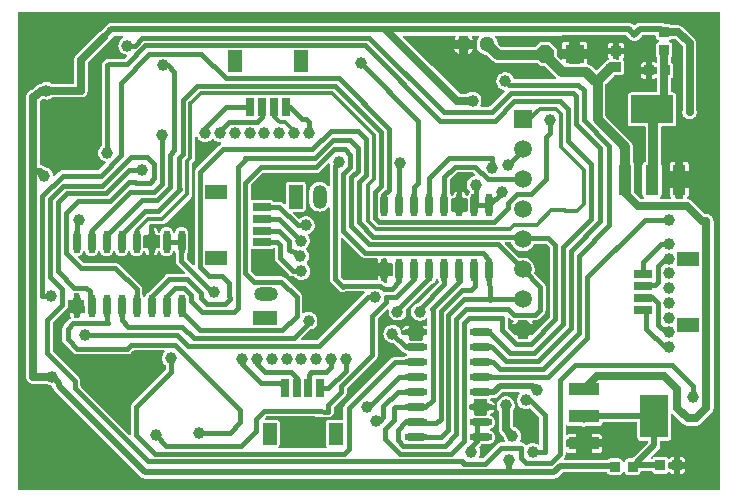
<source format=gbl>
G04 Layer: BottomLayer*
G04 EasyEDA v6.5.48, 2025-03-06 20:53:55*
G04 c2aac520c91a4c19a6c498b25d38bc05,84066bfdb5964fb78f634a0d0c1972bb,10*
G04 Gerber Generator version 0.2*
G04 Scale: 100 percent, Rotated: No, Reflected: No *
G04 Dimensions in millimeters *
G04 leading zeros omitted , absolute positions ,4 integer and 5 decimal *
%FSLAX45Y45*%
%MOMM*%

%AMMACRO1*21,1,$1,$2,0,0,$3*%
%AMMACRO2*4,1,8,0.7391,0.3061,0.3061,0.7391,-0.3063,0.7391,-0.7391,0.3061,-0.7391,-0.3061,-0.3063,-0.7391,0.3061,-0.7391,0.7391,-0.3061,0.7391,0.3061,0*%
%ADD10C,0.4060*%
%ADD11C,0.4064*%
%ADD12C,0.6350*%
%ADD13C,0.5470*%
%ADD14C,0.7000*%
%ADD15C,0.5080*%
%ADD16C,0.8140*%
%ADD17C,0.6900*%
%ADD18C,0.3550*%
%ADD19C,0.3040*%
%ADD20C,0.5590*%
%ADD21C,0.4860*%
%ADD22C,0.6610*%
%ADD23MACRO1,1.2X1.8X0.0000*%
%ADD24MACRO1,0.6X1.55X0.0000*%
%ADD25MACRO1,1.2X1.8X-90.0000*%
%ADD26MACRO1,0.6X1.55X-90.0000*%
%ADD27MACRO1,1.2X1.8X90.0000*%
%ADD28MACRO1,0.6X1.55X90.0000*%
%ADD29MACRO1,0.864X0.8065X-90.0000*%
%ADD30MACRO1,0.8X0.9X0.0000*%
%ADD31R,0.8640X0.8065*%
%ADD32MACRO1,0.864X0.8065X0.0000*%
%ADD33O,0.6020054X1.9709892*%
%ADD34O,1.9709892X0.6020054*%
%ADD35MACRO1,2.5X1.1X0.0000*%
%ADD36R,2.3400X3.6000*%
%ADD37MACRO1,2.5X1.1X-90.0000*%
%ADD38MACRO1,3.6X2.34X0.0000*%
%ADD39MACRO1,0.8X0.9X-90.0000*%
%ADD40C,1.3000*%
%ADD41R,1.5999X1.5999*%
%ADD42MACRO2*%
%ADD43C,1.0000*%
%ADD44MACRO1,1.2X2X0.0000*%
%ADD45O,1.1999976X1.9999959999999999*%
%ADD46MACRO1,1.2X2X-90.0000*%
%ADD47O,1.9999959999999999X1.1999976*%
%ADD48MACRO1,1.5X1.5X-90.0000*%
%ADD49C,1.5000*%
%ADD50C,0.6000*%
%ADD51C,0.7000*%
%ADD52C,0.0146*%

%LPD*%
G36*
X36068Y25908D02*
G01*
X32156Y26670D01*
X28905Y28905D01*
X26670Y32156D01*
X25908Y36068D01*
X25908Y4063898D01*
X26670Y4067810D01*
X28905Y4071112D01*
X32156Y4073296D01*
X36068Y4074058D01*
X5963920Y4074058D01*
X5967831Y4073296D01*
X5971082Y4071112D01*
X5973318Y4067810D01*
X5974080Y4063898D01*
X5974080Y36068D01*
X5973318Y32156D01*
X5971082Y28905D01*
X5967831Y26670D01*
X5963920Y25908D01*
G37*

%LPC*%
G36*
X1106322Y121970D02*
G01*
X4565091Y121970D01*
X4569968Y122174D01*
X4574540Y122783D01*
X4579112Y123748D01*
X4583531Y125171D01*
X4587798Y126949D01*
X4591913Y129082D01*
X4595876Y131572D01*
X4599533Y134416D01*
X4603140Y137718D01*
X4638751Y173329D01*
X4642053Y175514D01*
X4645964Y176326D01*
X5008778Y176326D01*
X5012791Y175463D01*
X5016144Y173177D01*
X5021376Y164795D01*
X5025491Y160731D01*
X5030368Y157632D01*
X5035854Y155702D01*
X5042154Y154990D01*
X5121656Y154990D01*
X5128006Y155702D01*
X5133441Y157632D01*
X5138369Y160731D01*
X5142433Y164795D01*
X5145532Y169722D01*
X5147665Y175768D01*
X5149799Y179324D01*
X5153152Y181711D01*
X5157216Y182575D01*
X5161280Y181711D01*
X5164683Y179324D01*
X5166817Y175768D01*
X5168950Y169722D01*
X5172049Y164795D01*
X5176113Y160731D01*
X5181041Y157632D01*
X5186476Y155702D01*
X5192826Y154990D01*
X5272328Y154990D01*
X5278628Y155702D01*
X5284114Y157632D01*
X5288991Y160731D01*
X5293106Y164795D01*
X5296154Y169722D01*
X5299202Y178968D01*
X5301437Y181864D01*
X5304586Y183794D01*
X5308193Y184454D01*
X5397398Y184454D01*
X5400751Y183896D01*
X5403748Y182219D01*
X5405983Y179679D01*
X5409184Y174650D01*
X5413248Y170586D01*
X5418175Y167487D01*
X5423611Y165557D01*
X5429961Y164846D01*
X5508802Y164846D01*
X5515152Y165557D01*
X5520588Y167487D01*
X5525465Y170586D01*
X5529580Y174650D01*
X5530748Y176530D01*
X5533593Y179476D01*
X5537352Y181102D01*
X5541416Y181102D01*
X5545175Y179476D01*
X5547969Y176530D01*
X5549138Y174650D01*
X5553252Y170586D01*
X5558129Y167487D01*
X5563616Y165557D01*
X5569915Y164846D01*
X5583021Y164846D01*
X5583021Y206908D01*
X5545429Y206908D01*
X5541568Y207670D01*
X5538266Y209905D01*
X5536082Y213207D01*
X5535269Y217068D01*
X5535269Y254457D01*
X5536082Y258368D01*
X5538266Y261620D01*
X5541568Y263855D01*
X5545429Y264617D01*
X5583021Y264617D01*
X5583021Y306679D01*
X5569915Y306679D01*
X5563616Y305968D01*
X5558129Y304038D01*
X5553252Y300990D01*
X5549138Y296875D01*
X5547969Y294995D01*
X5545175Y292049D01*
X5541416Y290423D01*
X5537352Y290423D01*
X5533593Y292049D01*
X5530748Y294995D01*
X5529580Y296875D01*
X5525465Y300990D01*
X5520588Y304038D01*
X5515152Y305968D01*
X5508802Y306679D01*
X5429961Y306679D01*
X5423611Y305968D01*
X5418175Y304038D01*
X5416346Y302920D01*
X5412384Y301447D01*
X5408422Y301701D01*
X5408676Y297738D01*
X5407253Y293827D01*
X5405983Y291795D01*
X5403697Y289255D01*
X5400751Y287629D01*
X5396636Y287070D01*
X5392775Y287832D01*
X5389473Y290017D01*
X5387238Y293319D01*
X5386476Y297230D01*
X5387238Y301091D01*
X5389473Y304393D01*
X5391454Y306425D01*
X5394960Y308711D01*
X5399125Y309372D01*
X5401360Y308762D01*
X5400802Y310997D01*
X5401462Y315163D01*
X5403748Y318668D01*
X5453380Y368350D01*
X5456580Y371805D01*
X5459272Y375361D01*
X5461660Y379120D01*
X5463743Y383082D01*
X5465470Y387197D01*
X5466791Y391464D01*
X5467756Y395833D01*
X5468366Y400304D01*
X5468569Y404977D01*
X5468569Y434085D01*
X5469331Y437946D01*
X5471566Y441248D01*
X5474817Y443433D01*
X5478729Y444246D01*
X5533694Y444246D01*
X5539994Y444957D01*
X5545429Y446836D01*
X5550357Y449935D01*
X5554421Y454050D01*
X5557520Y458927D01*
X5559450Y464362D01*
X5560161Y470712D01*
X5560161Y665276D01*
X5560923Y669137D01*
X5563108Y672439D01*
X5566410Y674674D01*
X5570321Y675436D01*
X5574233Y674674D01*
X5577484Y672439D01*
X5660694Y589026D01*
X5666790Y583641D01*
X5668416Y582422D01*
X5675223Y578154D01*
X5677001Y577240D01*
X5686348Y573532D01*
X5696204Y571398D01*
X5704332Y570890D01*
X5769000Y570890D01*
X5777026Y571398D01*
X5779109Y571703D01*
X5788863Y574141D01*
X5796229Y577189D01*
X5798108Y578154D01*
X5804865Y582371D01*
X5812586Y588975D01*
X5900216Y676605D01*
X5906820Y684326D01*
X5911037Y691083D01*
X5912002Y692962D01*
X5915050Y700278D01*
X5917488Y710082D01*
X5917793Y712114D01*
X5918301Y720191D01*
X5918301Y2301798D01*
X5918047Y2307031D01*
X5917438Y2312009D01*
X5916422Y2316937D01*
X5914948Y2321763D01*
X5913120Y2326487D01*
X5910935Y2331008D01*
X5908344Y2335326D01*
X5905449Y2339390D01*
X5902198Y2343251D01*
X5898642Y2346807D01*
X5894781Y2350058D01*
X5890666Y2353005D01*
X5886348Y2355545D01*
X5881827Y2357780D01*
X5877153Y2359609D01*
X5872327Y2361031D01*
X5867400Y2362098D01*
X5862421Y2362708D01*
X5857138Y2362911D01*
X5848299Y2362911D01*
X5844387Y2363673D01*
X5841085Y2365908D01*
X5733288Y2473706D01*
X5725515Y2480310D01*
X5716930Y2485491D01*
X5709564Y2488539D01*
X5700572Y2490774D01*
X5696966Y2492400D01*
X5694273Y2495296D01*
X5692851Y2499004D01*
X5693003Y2502966D01*
X5694578Y2506573D01*
X5698388Y2509875D01*
X5702503Y2513939D01*
X5705551Y2518867D01*
X5707481Y2524302D01*
X5708192Y2530652D01*
X5708192Y2586228D01*
X5661152Y2586228D01*
X5661152Y2501950D01*
X5660339Y2498039D01*
X5658154Y2494737D01*
X5654852Y2492552D01*
X5650992Y2491790D01*
X5603595Y2491790D01*
X5599684Y2492552D01*
X5596382Y2494737D01*
X5594197Y2498039D01*
X5593435Y2501950D01*
X5593435Y2586228D01*
X5546394Y2586228D01*
X5546394Y2530652D01*
X5547106Y2524302D01*
X5548985Y2518867D01*
X5552084Y2513939D01*
X5556910Y2509113D01*
X5559094Y2505811D01*
X5559907Y2501950D01*
X5559094Y2498039D01*
X5556910Y2494737D01*
X5553608Y2492552D01*
X5549747Y2491790D01*
X5474817Y2491790D01*
X5470956Y2492552D01*
X5467654Y2494737D01*
X5465470Y2498039D01*
X5464657Y2501950D01*
X5465470Y2505811D01*
X5467654Y2509113D01*
X5472480Y2513939D01*
X5475579Y2518867D01*
X5477459Y2524302D01*
X5478170Y2530652D01*
X5478170Y2779522D01*
X5477459Y2785821D01*
X5476595Y2790088D01*
X5476595Y3096006D01*
X5477357Y3099917D01*
X5479542Y3103168D01*
X5482844Y3105404D01*
X5486755Y3106166D01*
X5576722Y3106166D01*
X5583021Y3106877D01*
X5588508Y3108807D01*
X5593384Y3111855D01*
X5597499Y3115970D01*
X5600547Y3120847D01*
X5602478Y3126333D01*
X5603189Y3132632D01*
X5603189Y3365500D01*
X5602478Y3371850D01*
X5600547Y3377285D01*
X5597499Y3382213D01*
X5593384Y3386277D01*
X5588508Y3389376D01*
X5583021Y3391255D01*
X5576722Y3391966D01*
X5570169Y3391966D01*
X5566257Y3392779D01*
X5562955Y3394964D01*
X5560771Y3398265D01*
X5560009Y3402126D01*
X5560009Y3504387D01*
X5560568Y3507740D01*
X5562193Y3510686D01*
X5565597Y3513480D01*
X5569661Y3517595D01*
X5572760Y3522472D01*
X5574639Y3527958D01*
X5575350Y3534257D01*
X5575350Y3623157D01*
X5574639Y3629456D01*
X5572760Y3634943D01*
X5569661Y3639820D01*
X5562193Y3646728D01*
X5560568Y3649675D01*
X5560009Y3653028D01*
X5560009Y3687826D01*
X5560771Y3691737D01*
X5566054Y3699967D01*
X5567984Y3705402D01*
X5568696Y3711752D01*
X5568696Y3791254D01*
X5567984Y3797554D01*
X5566054Y3803040D01*
X5562955Y3807917D01*
X5558891Y3812032D01*
X5553964Y3815079D01*
X5547918Y3817213D01*
X5544362Y3819347D01*
X5541975Y3822750D01*
X5541111Y3826814D01*
X5541975Y3830878D01*
X5544362Y3834231D01*
X5547918Y3836415D01*
X5553964Y3838498D01*
X5562142Y3843731D01*
X5565952Y3844442D01*
X5592318Y3844442D01*
X5596229Y3843680D01*
X5599531Y3841496D01*
X5654344Y3786632D01*
X5656580Y3783329D01*
X5657342Y3779469D01*
X5657342Y3246475D01*
X5657037Y3243986D01*
X5654954Y3235807D01*
X5654141Y3225800D01*
X5654954Y3215792D01*
X5657443Y3206038D01*
X5661456Y3196844D01*
X5666943Y3188411D01*
X5673750Y3180994D01*
X5681726Y3174847D01*
X5690565Y3170072D01*
X5700064Y3166770D01*
X5709970Y3165144D01*
X5720029Y3165144D01*
X5729935Y3166770D01*
X5739434Y3170072D01*
X5748274Y3174847D01*
X5756249Y3180994D01*
X5763056Y3188411D01*
X5768543Y3196844D01*
X5772556Y3206038D01*
X5775045Y3215792D01*
X5775858Y3225800D01*
X5775045Y3235807D01*
X5772962Y3244088D01*
X5772658Y3246577D01*
X5772658Y3807155D01*
X5771845Y3817061D01*
X5769508Y3826256D01*
X5765647Y3834993D01*
X5760415Y3843020D01*
X5755538Y3848557D01*
X5661507Y3942587D01*
X5653887Y3949039D01*
X5645708Y3953916D01*
X5636869Y3957370D01*
X5627420Y3959301D01*
X5620105Y3959758D01*
X5565952Y3959758D01*
X5562142Y3960520D01*
X5553964Y3965752D01*
X5548528Y3967632D01*
X5542178Y3968343D01*
X5512257Y3968343D01*
X5508853Y3968953D01*
X5505856Y3970629D01*
X5503773Y3972356D01*
X5499709Y3974947D01*
X5495848Y3976979D01*
X5491276Y3978859D01*
X5487162Y3980179D01*
X5482336Y3981246D01*
X5478018Y3981856D01*
X5472887Y3982059D01*
X5294274Y3982059D01*
X5289397Y3981856D01*
X5284774Y3981246D01*
X5280253Y3980230D01*
X5275834Y3978859D01*
X5271516Y3977081D01*
X5267401Y3974947D01*
X5263489Y3972458D01*
X5259882Y3969664D01*
X5253786Y3963873D01*
X5250586Y3961841D01*
X5246827Y3961079D01*
X5243068Y3961790D01*
X5239867Y3963822D01*
X5234736Y3968648D01*
X5231130Y3971442D01*
X5227167Y3973931D01*
X5223052Y3976065D01*
X5218734Y3977843D01*
X5214366Y3979214D01*
X5209794Y3980230D01*
X5205222Y3980840D01*
X5200345Y3981043D01*
X820267Y3979265D01*
X815543Y3979062D01*
X810818Y3978452D01*
X806399Y3977487D01*
X801827Y3976065D01*
X797661Y3974337D01*
X793445Y3972102D01*
X789635Y3969715D01*
X785825Y3966768D01*
X782320Y3963619D01*
X732485Y3913936D01*
X720090Y3906520D01*
X712520Y3900068D01*
X520852Y3708400D01*
X514400Y3700779D01*
X509524Y3692601D01*
X506069Y3683762D01*
X504088Y3674313D01*
X503631Y3666998D01*
X503631Y3475736D01*
X502869Y3471824D01*
X500684Y3468522D01*
X497382Y3466337D01*
X493471Y3465576D01*
X323596Y3465576D01*
X319938Y3466236D01*
X306933Y3474567D01*
X296316Y3479342D01*
X285140Y3482390D01*
X273608Y3483762D01*
X261975Y3483305D01*
X250596Y3481070D01*
X239623Y3477158D01*
X229463Y3471621D01*
X223672Y3467201D01*
X221234Y3465829D01*
X218541Y3465169D01*
X214223Y3464763D01*
X204927Y3462426D01*
X196189Y3458565D01*
X188112Y3453333D01*
X182626Y3448456D01*
X149707Y3415537D01*
X147167Y3413658D01*
X134823Y3409543D01*
X126492Y3405022D01*
X118973Y3399180D01*
X112522Y3392170D01*
X107289Y3384194D01*
X103479Y3375507D01*
X101142Y3366262D01*
X100330Y3356356D01*
X100279Y982878D01*
X100482Y977900D01*
X101092Y973175D01*
X102057Y968502D01*
X103428Y963930D01*
X105156Y959510D01*
X107238Y955243D01*
X109677Y951128D01*
X112471Y947267D01*
X115519Y943610D01*
X118922Y940257D01*
X122529Y937158D01*
X126390Y934415D01*
X130505Y931976D01*
X134772Y929894D01*
X139242Y928166D01*
X143814Y926795D01*
X148437Y925830D01*
X153162Y925220D01*
X158140Y925017D01*
X274116Y925017D01*
X277368Y924458D01*
X290576Y917295D01*
X301548Y913384D01*
X312724Y911199D01*
X316636Y909523D01*
X319532Y906475D01*
X320903Y902462D01*
X321360Y898448D01*
X322376Y893978D01*
X323748Y889508D01*
X325526Y885240D01*
X327710Y881126D01*
X330200Y877214D01*
X332994Y873506D01*
X336296Y869950D01*
X1068273Y137718D01*
X1071880Y134416D01*
X1075537Y131572D01*
X1079449Y129082D01*
X1083564Y126949D01*
X1087882Y125171D01*
X1092301Y123748D01*
X1096822Y122783D01*
X1101445Y122174D01*
G37*
G36*
X5635701Y164846D02*
G01*
X5648807Y164846D01*
X5655106Y165557D01*
X5660593Y167487D01*
X5665470Y170586D01*
X5669584Y174650D01*
X5672632Y179578D01*
X5674563Y185013D01*
X5675274Y191363D01*
X5675274Y206908D01*
X5635701Y206908D01*
G37*
G36*
X5635701Y264617D02*
G01*
X5675274Y264617D01*
X5675274Y280212D01*
X5674563Y286512D01*
X5672632Y291998D01*
X5669584Y296875D01*
X5665470Y300990D01*
X5660593Y304038D01*
X5655106Y305968D01*
X5648807Y306679D01*
X5635701Y306679D01*
G37*
G36*
X5661152Y2723946D02*
G01*
X5708192Y2723946D01*
X5708192Y2779522D01*
X5707481Y2785821D01*
X5705551Y2791307D01*
X5702503Y2796184D01*
X5698388Y2800299D01*
X5693511Y2803347D01*
X5688025Y2805277D01*
X5681726Y2805988D01*
X5661152Y2805988D01*
G37*
G36*
X5546394Y2723946D02*
G01*
X5593435Y2723946D01*
X5593435Y2805988D01*
X5572861Y2805988D01*
X5566511Y2805277D01*
X5561076Y2803347D01*
X5556148Y2800299D01*
X5552084Y2796184D01*
X5548985Y2791307D01*
X5547106Y2785821D01*
X5546394Y2779522D01*
G37*

%LPD*%
G36*
X3953256Y3272536D02*
G01*
X3949090Y3273450D01*
X3945636Y3275939D01*
X3943553Y3279648D01*
X3943146Y3283864D01*
X3944518Y3287877D01*
X3945890Y3290163D01*
X3950208Y3300933D01*
X3952849Y3312261D01*
X3953764Y3323844D01*
X3952849Y3335426D01*
X3950208Y3346754D01*
X3945890Y3357524D01*
X3939946Y3367481D01*
X3932529Y3376472D01*
X3923842Y3384194D01*
X3914140Y3390493D01*
X3903522Y3395268D01*
X3892296Y3398316D01*
X3880764Y3399688D01*
X3869182Y3399231D01*
X3857751Y3396996D01*
X3846829Y3393084D01*
X3836619Y3387547D01*
X3831488Y3383584D01*
X3828542Y3382060D01*
X3825290Y3381501D01*
X3777691Y3381501D01*
X3773881Y3382264D01*
X3770579Y3384448D01*
X3292957Y3856380D01*
X3290722Y3859682D01*
X3289960Y3863594D01*
X3290722Y3867454D01*
X3292906Y3870756D01*
X3296208Y3872992D01*
X3300069Y3873754D01*
X3724198Y3873957D01*
X3728516Y3872992D01*
X3732022Y3870248D01*
X3734054Y3866286D01*
X3734206Y3861866D01*
X3732428Y3857802D01*
X3725418Y3848150D01*
X3720490Y3838854D01*
X3763619Y3838854D01*
X3763619Y3863797D01*
X3764432Y3867708D01*
X3766616Y3871010D01*
X3769918Y3873195D01*
X3773779Y3873957D01*
X3831183Y3874008D01*
X3835044Y3873195D01*
X3838346Y3871010D01*
X3840581Y3867708D01*
X3841343Y3863848D01*
X3841343Y3838854D01*
X3884422Y3838854D01*
X3882745Y3842664D01*
X3876040Y3853434D01*
X3872737Y3857294D01*
X3870858Y3860647D01*
X3870401Y3864457D01*
X3871315Y3868115D01*
X3873550Y3871214D01*
X3876751Y3873296D01*
X3880510Y3874008D01*
X3924249Y3874008D01*
X3928618Y3873042D01*
X3932123Y3870350D01*
X3934104Y3866387D01*
X3934256Y3861968D01*
X3932478Y3857904D01*
X3925417Y3848150D01*
X3919474Y3836974D01*
X3915156Y3825036D01*
X3912463Y3812286D01*
X3911600Y3799992D01*
X3912514Y3787343D01*
X3915105Y3774948D01*
X3919474Y3763010D01*
X3925417Y3751834D01*
X3932885Y3741572D01*
X3941673Y3732428D01*
X3951681Y3724656D01*
X3962654Y3718306D01*
X3974388Y3713581D01*
X3986733Y3710482D01*
X3995521Y3709568D01*
X3998823Y3708654D01*
X4001617Y3706622D01*
X4046778Y3661460D01*
X4055059Y3654450D01*
X4063949Y3648964D01*
X4073601Y3644950D01*
X4083761Y3642512D01*
X4094581Y3641699D01*
X4422902Y3641699D01*
X4426813Y3640886D01*
X4430115Y3638702D01*
X4443171Y3625596D01*
X4447489Y3622090D01*
X4451959Y3619703D01*
X4456836Y3618229D01*
X4462373Y3617671D01*
X4480610Y3617671D01*
X4484522Y3616909D01*
X4487824Y3614674D01*
X4582972Y3519525D01*
X4585208Y3516223D01*
X4585970Y3512312D01*
X4585208Y3508451D01*
X4582972Y3505149D01*
X4579721Y3502914D01*
X4575810Y3502151D01*
X4238701Y3502151D01*
X4234281Y3503168D01*
X4230776Y3505962D01*
X4228795Y3510026D01*
X4228490Y3511397D01*
X4224121Y3522167D01*
X4218178Y3532124D01*
X4210812Y3541115D01*
X4202125Y3548837D01*
X4192371Y3555136D01*
X4181754Y3559911D01*
X4170578Y3562959D01*
X4159046Y3564331D01*
X4147413Y3563874D01*
X4136034Y3561638D01*
X4125061Y3557727D01*
X4114901Y3552190D01*
X4105656Y3545128D01*
X4097578Y3536746D01*
X4090924Y3527247D01*
X4085742Y3516833D01*
X4082237Y3505758D01*
X4080459Y3494278D01*
X4080459Y3482695D01*
X4082237Y3471214D01*
X4085742Y3460140D01*
X4090924Y3449726D01*
X4097578Y3440226D01*
X4105656Y3431844D01*
X4114901Y3424783D01*
X4125061Y3419246D01*
X4136034Y3415334D01*
X4141114Y3414318D01*
X4145127Y3412591D01*
X4148023Y3409340D01*
X4149344Y3405174D01*
X4148734Y3400856D01*
X4146397Y3397148D01*
X4024731Y3275533D01*
X4021429Y3273298D01*
X4017518Y3272536D01*
G37*

%LPC*%
G36*
X3763619Y3717899D02*
G01*
X3763619Y3761130D01*
X3720490Y3761130D01*
X3725418Y3751834D01*
X3732885Y3741572D01*
X3741674Y3732428D01*
X3751681Y3724656D01*
G37*
G36*
X3841343Y3718051D02*
G01*
X3847947Y3721303D01*
X3858463Y3728364D01*
X3867861Y3736848D01*
X3876040Y3746550D01*
X3882745Y3757320D01*
X3884422Y3761130D01*
X3841343Y3761130D01*
G37*

%LPD*%
G36*
X337820Y2686304D02*
G01*
X334010Y2686913D01*
X330758Y2688894D01*
X328422Y2691993D01*
X324764Y2707284D01*
X320395Y2718054D01*
X314452Y2728061D01*
X307086Y2737002D01*
X298399Y2744724D01*
X288645Y2751074D01*
X278028Y2755798D01*
X266852Y2758897D01*
X255828Y2760167D01*
X252780Y2761030D01*
X250139Y2762808D01*
X246684Y2765958D01*
X242976Y2768803D01*
X239014Y2771343D01*
X234848Y2773527D01*
X230479Y2775305D01*
X226212Y2776677D01*
X223977Y2777032D01*
X220675Y2778252D01*
X217982Y2780538D01*
X216255Y2783586D01*
X215646Y2787040D01*
X215646Y3314192D01*
X216408Y3318103D01*
X218643Y3321354D01*
X232359Y3335121D01*
X235508Y3337255D01*
X239217Y3338068D01*
X242976Y3337509D01*
X250596Y3334765D01*
X261975Y3332530D01*
X273608Y3332073D01*
X285140Y3333445D01*
X296316Y3336493D01*
X306933Y3341268D01*
X319938Y3349599D01*
X323545Y3350260D01*
X560628Y3350260D01*
X568045Y3350717D01*
X570230Y3351022D01*
X577392Y3352647D01*
X579475Y3353308D01*
X586232Y3356101D01*
X594207Y3360877D01*
X600405Y3365906D01*
X603300Y3368801D01*
X608025Y3374593D01*
X613003Y3382822D01*
X616458Y3391662D01*
X618490Y3401060D01*
X618947Y3408629D01*
X618947Y3639210D01*
X619709Y3643122D01*
X621944Y3646424D01*
X794054Y3818534D01*
X800455Y3826103D01*
X808075Y3838854D01*
X839114Y3869791D01*
X842416Y3872026D01*
X846277Y3872788D01*
X911606Y3872788D01*
X915974Y3871823D01*
X919480Y3869131D01*
X921461Y3865168D01*
X921613Y3860698D01*
X919835Y3856634D01*
X916482Y3853738D01*
X914247Y3852519D01*
X905002Y3845458D01*
X896975Y3837076D01*
X890269Y3827576D01*
X885139Y3817162D01*
X881634Y3806088D01*
X879856Y3794607D01*
X879856Y3783025D01*
X881634Y3771544D01*
X885139Y3760470D01*
X890269Y3750056D01*
X896975Y3740556D01*
X905002Y3732174D01*
X914247Y3725113D01*
X924458Y3719576D01*
X935380Y3715664D01*
X944168Y3713937D01*
X948182Y3712210D01*
X951077Y3708958D01*
X952398Y3704793D01*
X951788Y3700475D01*
X949452Y3696766D01*
X934821Y3682187D01*
X931519Y3679951D01*
X927608Y3679190D01*
X794105Y3679139D01*
X787908Y3678377D01*
X785672Y3677869D01*
X779678Y3675989D01*
X777595Y3675126D01*
X772058Y3672179D01*
X770178Y3670909D01*
X765302Y3666998D01*
X751179Y3652621D01*
X745845Y3645611D01*
X742035Y3637991D01*
X739749Y3629761D01*
X738886Y3620820D01*
X738886Y2946552D01*
X738428Y2943453D01*
X737057Y2940659D01*
X726440Y2929788D01*
X719785Y2920288D01*
X714603Y2909874D01*
X711098Y2898800D01*
X709320Y2887319D01*
X709320Y2875686D01*
X711098Y2864205D01*
X714603Y2853131D01*
X719785Y2842717D01*
X726440Y2833217D01*
X734517Y2824835D01*
X743762Y2817825D01*
X753922Y2812288D01*
X763930Y2808681D01*
X767384Y2806547D01*
X769772Y2803296D01*
X770636Y2799334D01*
X769924Y2795320D01*
X767689Y2791917D01*
X712216Y2736443D01*
X708914Y2734259D01*
X705053Y2733497D01*
X406298Y2733446D01*
X397510Y2732227D01*
X389432Y2729534D01*
X382016Y2725369D01*
X375056Y2719628D01*
X344728Y2689250D01*
X341528Y2687116D01*
G37*

%LPD*%
G36*
X5305298Y2491790D02*
G01*
X5301437Y2492552D01*
X5298135Y2494737D01*
X5251145Y2541727D01*
X5248960Y2545029D01*
X5248198Y2548890D01*
X5248198Y2779522D01*
X5247487Y2785821D01*
X5245557Y2791307D01*
X5242509Y2796184D01*
X5236006Y2802585D01*
X5234482Y2805480D01*
X5233924Y2808681D01*
X5233924Y2932887D01*
X5233111Y2943707D01*
X5230672Y2953867D01*
X5226659Y2963519D01*
X5221173Y2972460D01*
X5214162Y2980690D01*
X5006289Y3188309D01*
X5004104Y3191611D01*
X5003292Y3195523D01*
X5003292Y3460546D01*
X5004104Y3464458D01*
X5006289Y3467760D01*
X5074056Y3535527D01*
X5077358Y3537712D01*
X5081219Y3538474D01*
X5092954Y3538474D01*
X5102402Y3539185D01*
X5137810Y3539185D01*
X5144109Y3539896D01*
X5149596Y3541826D01*
X5154472Y3544925D01*
X5158587Y3548989D01*
X5161635Y3553917D01*
X5163566Y3559352D01*
X5164277Y3565702D01*
X5164277Y3644544D01*
X5163566Y3650843D01*
X5161635Y3656329D01*
X5158587Y3661206D01*
X5154472Y3665321D01*
X5152593Y3666490D01*
X5149646Y3669334D01*
X5148072Y3673043D01*
X5148072Y3677158D01*
X5149646Y3680866D01*
X5152593Y3683711D01*
X5154472Y3684879D01*
X5158587Y3688994D01*
X5161635Y3693871D01*
X5163566Y3699357D01*
X5164277Y3705656D01*
X5164277Y3718763D01*
X5122214Y3718763D01*
X5122214Y3681171D01*
X5121452Y3677310D01*
X5119268Y3674008D01*
X5115966Y3671773D01*
X5112054Y3671011D01*
X5101285Y3671062D01*
X5092954Y3671722D01*
X5074666Y3671722D01*
X5070805Y3672484D01*
X5067503Y3674668D01*
X5065318Y3677970D01*
X5064506Y3681882D01*
X5064506Y3718763D01*
X5022443Y3718763D01*
X5022443Y3705656D01*
X5023154Y3699357D01*
X5025085Y3693871D01*
X5028184Y3688994D01*
X5032146Y3684981D01*
X5034381Y3681679D01*
X5035143Y3677818D01*
X5034381Y3673906D01*
X5032146Y3670604D01*
X5028844Y3668420D01*
X5019192Y3664407D01*
X5010302Y3658971D01*
X5002072Y3651910D01*
X4932324Y3582212D01*
X4929073Y3580028D01*
X4925161Y3579215D01*
X4921300Y3580028D01*
X4917998Y3582212D01*
X4888280Y3611879D01*
X4880051Y3618941D01*
X4871110Y3624427D01*
X4861458Y3628390D01*
X4856175Y3629660D01*
X4852162Y3631641D01*
X4849368Y3635197D01*
X4848402Y3639565D01*
X4848402Y3671163D01*
X4788814Y3671163D01*
X4788814Y3641851D01*
X4788052Y3637991D01*
X4785868Y3634689D01*
X4782566Y3632454D01*
X4778654Y3631692D01*
X4706315Y3631692D01*
X4702403Y3632454D01*
X4699101Y3634689D01*
X4696917Y3637991D01*
X4696155Y3641851D01*
X4696155Y3671163D01*
X4633061Y3671163D01*
X4629759Y3669233D01*
X4626051Y3668674D01*
X4622342Y3669537D01*
X4619244Y3671671D01*
X4595317Y3695598D01*
X4593082Y3698900D01*
X4592320Y3702761D01*
X4592320Y3747617D01*
X4591761Y3753154D01*
X4590288Y3757980D01*
X4587900Y3762451D01*
X4584395Y3766769D01*
X4541774Y3809390D01*
X4537456Y3812895D01*
X4532985Y3815283D01*
X4528159Y3816756D01*
X4522622Y3817315D01*
X4462373Y3817315D01*
X4456836Y3816756D01*
X4451959Y3815283D01*
X4447489Y3812895D01*
X4443171Y3809390D01*
X4411726Y3777894D01*
X4408424Y3775659D01*
X4404512Y3774897D01*
X4125976Y3774897D01*
X4122115Y3775659D01*
X4118813Y3777894D01*
X4096004Y3800652D01*
X4094124Y3803294D01*
X4093159Y3806444D01*
X4091381Y3818890D01*
X4087876Y3831082D01*
X4082745Y3842664D01*
X4076039Y3853434D01*
X4072686Y3857396D01*
X4070807Y3860749D01*
X4070299Y3864508D01*
X4071264Y3868216D01*
X4073499Y3871315D01*
X4076700Y3873347D01*
X4080459Y3874109D01*
X5174284Y3874515D01*
X5178196Y3873754D01*
X5181498Y3871569D01*
X5208828Y3844239D01*
X5216296Y3837990D01*
X5224322Y3833317D01*
X5233009Y3830167D01*
X5242153Y3828542D01*
X5251450Y3828542D01*
X5260594Y3830167D01*
X5269280Y3833317D01*
X5277307Y3837990D01*
X5284774Y3844239D01*
X5313121Y3872585D01*
X5316423Y3874770D01*
X5320334Y3875582D01*
X5420309Y3875582D01*
X5424170Y3874770D01*
X5427472Y3872585D01*
X5429707Y3869283D01*
X5430469Y3865422D01*
X5430469Y3862374D01*
X5431180Y3856075D01*
X5433110Y3850589D01*
X5436158Y3845712D01*
X5440273Y3841597D01*
X5445150Y3838498D01*
X5451246Y3836415D01*
X5454802Y3834231D01*
X5457190Y3830878D01*
X5458053Y3826814D01*
X5457190Y3822750D01*
X5454802Y3819347D01*
X5451246Y3817213D01*
X5445150Y3815079D01*
X5440273Y3812032D01*
X5436158Y3807917D01*
X5433110Y3803040D01*
X5431180Y3797554D01*
X5430469Y3791254D01*
X5430469Y3711752D01*
X5431180Y3705402D01*
X5433110Y3699967D01*
X5438394Y3691737D01*
X5439156Y3687826D01*
X5439156Y3653739D01*
X5438241Y3649573D01*
X5435701Y3646119D01*
X5431942Y3644036D01*
X5427624Y3643680D01*
X5423611Y3645154D01*
X5420664Y3646982D01*
X5415229Y3648913D01*
X5408879Y3649624D01*
X5395823Y3649624D01*
X5395823Y3607562D01*
X5428996Y3607562D01*
X5432907Y3606800D01*
X5436209Y3604564D01*
X5438394Y3601262D01*
X5439156Y3597401D01*
X5439156Y3560013D01*
X5438394Y3556101D01*
X5436209Y3552850D01*
X5432907Y3550615D01*
X5428996Y3549853D01*
X5395823Y3549853D01*
X5395823Y3507790D01*
X5408879Y3507790D01*
X5415229Y3508501D01*
X5420664Y3510432D01*
X5423611Y3512261D01*
X5427624Y3513734D01*
X5431942Y3513378D01*
X5435701Y3511296D01*
X5438241Y3507841D01*
X5439156Y3503676D01*
X5439156Y3402126D01*
X5438394Y3398265D01*
X5436209Y3394964D01*
X5432907Y3392779D01*
X5428996Y3391966D01*
X5217871Y3391966D01*
X5211521Y3391255D01*
X5206085Y3389376D01*
X5201158Y3386277D01*
X5197094Y3382213D01*
X5193995Y3377285D01*
X5192064Y3371850D01*
X5191353Y3365500D01*
X5191353Y3132632D01*
X5192064Y3126333D01*
X5193995Y3120847D01*
X5197094Y3115970D01*
X5201158Y3111855D01*
X5206085Y3108807D01*
X5211521Y3106877D01*
X5217871Y3106166D01*
X5333187Y3106166D01*
X5337098Y3105404D01*
X5340400Y3103168D01*
X5342585Y3099917D01*
X5343347Y3096006D01*
X5343347Y2814878D01*
X5342534Y2810814D01*
X5340146Y2807411D01*
X5336590Y2805277D01*
X5331053Y2803347D01*
X5326176Y2800299D01*
X5322062Y2796184D01*
X5319014Y2791307D01*
X5317083Y2785821D01*
X5316372Y2779522D01*
X5316372Y2530652D01*
X5317083Y2524302D01*
X5319014Y2518867D01*
X5322062Y2513939D01*
X5326888Y2509113D01*
X5329123Y2505811D01*
X5329885Y2501950D01*
X5329123Y2498039D01*
X5326888Y2494737D01*
X5323636Y2492552D01*
X5319725Y2491790D01*
G37*

%LPC*%
G36*
X5330037Y3507790D02*
G01*
X5343144Y3507790D01*
X5343144Y3549853D01*
X5303570Y3549853D01*
X5303570Y3534257D01*
X5304282Y3527958D01*
X5306212Y3522472D01*
X5309260Y3517595D01*
X5313375Y3513480D01*
X5318252Y3510432D01*
X5323738Y3508501D01*
G37*
G36*
X5303570Y3607562D02*
G01*
X5343144Y3607562D01*
X5343144Y3649624D01*
X5330037Y3649624D01*
X5323738Y3648913D01*
X5318252Y3646982D01*
X5313375Y3643934D01*
X5309260Y3639820D01*
X5306212Y3634943D01*
X5304282Y3629456D01*
X5303570Y3623157D01*
G37*
G36*
X4636566Y3763822D02*
G01*
X4696155Y3763822D01*
X4696155Y3823411D01*
X4663033Y3823411D01*
X4656734Y3822700D01*
X4651298Y3820769D01*
X4646371Y3817670D01*
X4642307Y3813606D01*
X4639208Y3808679D01*
X4637278Y3803243D01*
X4636566Y3796944D01*
G37*
G36*
X4788814Y3763822D02*
G01*
X4848402Y3763822D01*
X4848402Y3796944D01*
X4847691Y3803243D01*
X4845761Y3808679D01*
X4842662Y3813606D01*
X4838598Y3817670D01*
X4833670Y3820769D01*
X4828235Y3822700D01*
X4821936Y3823411D01*
X4788814Y3823411D01*
G37*
G36*
X5122214Y3771442D02*
G01*
X5164277Y3771442D01*
X5164277Y3784549D01*
X5163566Y3790848D01*
X5161635Y3796334D01*
X5158587Y3801211D01*
X5154472Y3805326D01*
X5149596Y3808374D01*
X5144109Y3810304D01*
X5137810Y3811015D01*
X5122214Y3811015D01*
G37*
G36*
X5022443Y3771442D02*
G01*
X5064506Y3771442D01*
X5064506Y3811015D01*
X5048961Y3811015D01*
X5042611Y3810304D01*
X5037175Y3808374D01*
X5032248Y3805326D01*
X5028184Y3801211D01*
X5025085Y3796334D01*
X5023154Y3790848D01*
X5022443Y3784549D01*
G37*

%LPD*%
G36*
X3756050Y2344267D02*
G01*
X3752138Y2345029D01*
X3748836Y2347264D01*
X3746652Y2350516D01*
X3745890Y2354427D01*
X3745890Y2384196D01*
X3706469Y2384196D01*
X3702558Y2384958D01*
X3699256Y2387193D01*
X3697071Y2390495D01*
X3696309Y2394356D01*
X3696309Y2485288D01*
X3697071Y2489200D01*
X3699256Y2492451D01*
X3702558Y2494686D01*
X3706469Y2495448D01*
X3745890Y2495448D01*
X3745890Y2559812D01*
X3739286Y2556764D01*
X3731310Y2551176D01*
X3724401Y2544267D01*
X3718814Y2536240D01*
X3714699Y2527401D01*
X3713581Y2523337D01*
X3711549Y2519426D01*
X3708095Y2516784D01*
X3703777Y2515819D01*
X3699510Y2516784D01*
X3696004Y2519426D01*
X3693972Y2523337D01*
X3692855Y2527401D01*
X3686962Y2539644D01*
X3686505Y2542692D01*
X3686505Y2651607D01*
X3687267Y2655468D01*
X3689502Y2658770D01*
X3746347Y2715463D01*
X3749598Y2717698D01*
X3753510Y2718460D01*
X3874515Y2718460D01*
X3878376Y2717647D01*
X3881678Y2715463D01*
X3896055Y2701086D01*
X3898392Y2697429D01*
X3899001Y2693111D01*
X3897731Y2688945D01*
X3894785Y2685694D01*
X3890822Y2683967D01*
X3884980Y2682798D01*
X3874008Y2678887D01*
X3863848Y2673350D01*
X3854602Y2666288D01*
X3846525Y2657906D01*
X3839870Y2648407D01*
X3834688Y2637993D01*
X3831183Y2626918D01*
X3829405Y2615438D01*
X3829405Y2603855D01*
X3831183Y2592374D01*
X3834688Y2581300D01*
X3839870Y2570886D01*
X3846525Y2561386D01*
X3850487Y2557272D01*
X3852418Y2554376D01*
X3853281Y2550972D01*
X3852976Y2547518D01*
X3851503Y2544368D01*
X3845814Y2536240D01*
X3841699Y2527401D01*
X3840581Y2523337D01*
X3838549Y2519426D01*
X3835095Y2516784D01*
X3830777Y2515819D01*
X3826510Y2516784D01*
X3823004Y2519426D01*
X3820972Y2523337D01*
X3819855Y2527401D01*
X3815740Y2536240D01*
X3810152Y2544267D01*
X3803243Y2551176D01*
X3795268Y2556764D01*
X3788664Y2559812D01*
X3788664Y2495448D01*
X3828135Y2495448D01*
X3831996Y2494686D01*
X3835298Y2492451D01*
X3837482Y2489200D01*
X3838295Y2485288D01*
X3838295Y2394356D01*
X3837482Y2390495D01*
X3835298Y2387193D01*
X3831996Y2384958D01*
X3828135Y2384196D01*
X3788664Y2384196D01*
X3788664Y2354427D01*
X3787901Y2350516D01*
X3785717Y2347264D01*
X3782415Y2345029D01*
X3778504Y2344267D01*
G37*

%LPD*%
G36*
X3143910Y1779981D02*
G01*
X3140100Y1780590D01*
X3136747Y1782521D01*
X3126841Y1791360D01*
X3120085Y1796389D01*
X3116529Y1798218D01*
X3113532Y1800453D01*
X3111550Y1803603D01*
X3110890Y1807311D01*
X3110890Y1837080D01*
X3076295Y1837080D01*
X3076295Y1824736D01*
X3077159Y1814423D01*
X3076651Y1810257D01*
X3074568Y1806702D01*
X3071164Y1804263D01*
X3067050Y1803400D01*
X2793542Y1803400D01*
X2789682Y1804162D01*
X2786380Y1806346D01*
X2764637Y1828088D01*
X2762453Y1831339D01*
X2761691Y1835251D01*
X2761691Y2153716D01*
X2762453Y2157628D01*
X2764637Y2160930D01*
X2767939Y2163114D01*
X2771851Y2163876D01*
X2775712Y2163114D01*
X2779014Y2160930D01*
X2939389Y2000605D01*
X2946450Y1995271D01*
X2954121Y1991461D01*
X2962300Y1989124D01*
X2971241Y1988312D01*
X3068574Y1988312D01*
X3072231Y1987651D01*
X3075381Y1985721D01*
X3077667Y1982774D01*
X3078683Y1979218D01*
X3078378Y1975510D01*
X3077159Y1970887D01*
X3076295Y1960727D01*
X3076295Y1948332D01*
X3110890Y1948332D01*
X3110890Y1978152D01*
X3111652Y1982063D01*
X3113836Y1985314D01*
X3117138Y1987550D01*
X3121050Y1988312D01*
X3143504Y1988312D01*
X3147415Y1987550D01*
X3150717Y1985314D01*
X3152902Y1982063D01*
X3153664Y1978152D01*
X3153664Y1948332D01*
X3193135Y1948332D01*
X3196996Y1947570D01*
X3200298Y1945386D01*
X3202482Y1942084D01*
X3203295Y1938172D01*
X3203295Y1847240D01*
X3202482Y1843379D01*
X3200298Y1840077D01*
X3196996Y1837893D01*
X3193135Y1837080D01*
X3153664Y1837080D01*
X3153664Y1790141D01*
X3152952Y1786331D01*
X3150819Y1783080D01*
X3147669Y1780844D01*
G37*

%LPD*%
G36*
X1096873Y1658112D02*
G01*
X1092606Y1659077D01*
X1089101Y1661718D01*
X1087069Y1665630D01*
X1086002Y1669694D01*
X1080109Y1681835D01*
X1079652Y1684934D01*
X1079601Y1726133D01*
X1078382Y1734921D01*
X1075690Y1742998D01*
X1071524Y1750415D01*
X1065784Y1757375D01*
X884986Y1938070D01*
X877925Y1943455D01*
X870305Y1947214D01*
X862076Y1949551D01*
X853135Y1950415D01*
X587400Y1950415D01*
X583488Y1951177D01*
X580237Y1953361D01*
X541731Y1991817D01*
X539597Y1995068D01*
X538784Y1998827D01*
X539445Y2002688D01*
X541477Y2005939D01*
X544626Y2008225D01*
X553364Y2012289D01*
X561340Y2017928D01*
X568248Y2024786D01*
X573836Y2032812D01*
X578002Y2041652D01*
X579069Y2045716D01*
X581101Y2049627D01*
X584606Y2052269D01*
X588873Y2053234D01*
X593191Y2052269D01*
X596646Y2049627D01*
X598678Y2045716D01*
X599795Y2041652D01*
X603910Y2032812D01*
X609498Y2024786D01*
X616407Y2017928D01*
X624382Y2012289D01*
X633222Y2008174D01*
X642670Y2005634D01*
X652373Y2004822D01*
X662127Y2005634D01*
X671525Y2008174D01*
X680364Y2012289D01*
X688340Y2017928D01*
X695248Y2024786D01*
X700836Y2032812D01*
X705002Y2041652D01*
X706069Y2045716D01*
X708101Y2049627D01*
X711606Y2052269D01*
X715873Y2053234D01*
X720191Y2052269D01*
X723646Y2049627D01*
X725678Y2045716D01*
X726795Y2041652D01*
X730910Y2032812D01*
X736498Y2024786D01*
X743407Y2017928D01*
X751382Y2012289D01*
X760222Y2008174D01*
X769670Y2005634D01*
X779373Y2004822D01*
X789127Y2005634D01*
X798525Y2008174D01*
X807364Y2012289D01*
X815340Y2017928D01*
X822248Y2024786D01*
X827836Y2032812D01*
X832002Y2041652D01*
X833069Y2045716D01*
X835101Y2049627D01*
X838606Y2052269D01*
X842873Y2053234D01*
X847191Y2052269D01*
X850646Y2049627D01*
X852678Y2045716D01*
X853795Y2041652D01*
X857910Y2032812D01*
X863498Y2024786D01*
X870407Y2017928D01*
X878382Y2012289D01*
X887221Y2008174D01*
X896670Y2005634D01*
X906373Y2004822D01*
X916127Y2005634D01*
X925525Y2008174D01*
X934364Y2012289D01*
X942340Y2017928D01*
X949248Y2024786D01*
X954836Y2032812D01*
X959002Y2041652D01*
X960069Y2045716D01*
X962101Y2049627D01*
X965606Y2052269D01*
X969873Y2053234D01*
X974191Y2052269D01*
X977646Y2049627D01*
X979678Y2045716D01*
X980795Y2041652D01*
X984910Y2032812D01*
X990498Y2024786D01*
X997407Y2017928D01*
X1005382Y2012289D01*
X1014221Y2008174D01*
X1023670Y2005634D01*
X1033373Y2004822D01*
X1043127Y2005634D01*
X1052525Y2008174D01*
X1061364Y2012289D01*
X1069340Y2017928D01*
X1076248Y2024786D01*
X1081836Y2032812D01*
X1086002Y2041652D01*
X1087069Y2045716D01*
X1089101Y2049627D01*
X1092606Y2052269D01*
X1096873Y2053234D01*
X1101191Y2052269D01*
X1104646Y2049627D01*
X1106678Y2045716D01*
X1107795Y2041652D01*
X1111910Y2032812D01*
X1117498Y2024786D01*
X1124407Y2017928D01*
X1132382Y2012289D01*
X1138986Y2009241D01*
X1138986Y2073605D01*
X1099566Y2073605D01*
X1095654Y2074367D01*
X1092352Y2076602D01*
X1090168Y2079853D01*
X1089406Y2083765D01*
X1089406Y2174697D01*
X1090168Y2178558D01*
X1092352Y2181860D01*
X1095654Y2184095D01*
X1099566Y2184857D01*
X1138986Y2184857D01*
X1138986Y2253234D01*
X1135888Y2256434D01*
X1134516Y2260701D01*
X1135024Y2265121D01*
X1137412Y2268880D01*
X1141323Y2272741D01*
X1144574Y2274976D01*
X1148486Y2275738D01*
X1250543Y2275789D01*
X1258874Y2276957D01*
X1266494Y2279497D01*
X1273505Y2283409D01*
X1280058Y2288844D01*
X1491437Y2500274D01*
X1496517Y2506980D01*
X1500124Y2514193D01*
X1502308Y2521966D01*
X1503121Y2530449D01*
X1503121Y2785567D01*
X1503883Y2789428D01*
X1506067Y2792730D01*
X1518716Y2805430D01*
X1523695Y2812034D01*
X1527302Y2819247D01*
X1529486Y2827020D01*
X1530299Y2835503D01*
X1530299Y3008122D01*
X1531264Y3012490D01*
X1534058Y3016046D01*
X1538122Y3018028D01*
X1542643Y3018028D01*
X1546707Y3016097D01*
X1549552Y3012643D01*
X1550822Y3010001D01*
X1557528Y3000502D01*
X1565605Y2992120D01*
X1574800Y2985109D01*
X1585010Y2979521D01*
X1595983Y2975610D01*
X1607362Y2973374D01*
X1618996Y2972968D01*
X1630527Y2974289D01*
X1641703Y2977388D01*
X1652320Y2982112D01*
X1662074Y2988411D01*
X1670862Y2996285D01*
X1674164Y2998927D01*
X1678279Y2999943D01*
X1682496Y2999232D01*
X1686001Y2996844D01*
X1690573Y2992120D01*
X1699768Y2985109D01*
X1709978Y2979521D01*
X1720951Y2975610D01*
X1732330Y2973374D01*
X1742643Y2973019D01*
X1746554Y2972054D01*
X1749806Y2969666D01*
X1751838Y2966262D01*
X1752396Y2962300D01*
X1751380Y2958388D01*
X1748993Y2955239D01*
X1736902Y2948686D01*
X1729993Y2942945D01*
X1538579Y2751480D01*
X1533245Y2744419D01*
X1529435Y2736748D01*
X1527098Y2728569D01*
X1526286Y2719628D01*
X1526286Y1939848D01*
X1525524Y1935937D01*
X1523288Y1932635D01*
X1520037Y1930450D01*
X1516126Y1929688D01*
X1512214Y1930450D01*
X1508963Y1932635D01*
X1462633Y1978964D01*
X1460449Y1982216D01*
X1459687Y1986127D01*
X1459687Y2025040D01*
X1460144Y2028088D01*
X1462836Y2032812D01*
X1467002Y2041652D01*
X1469491Y2051050D01*
X1470406Y2061210D01*
X1470406Y2197252D01*
X1469491Y2207412D01*
X1467002Y2216810D01*
X1462836Y2225649D01*
X1457248Y2233676D01*
X1450340Y2240534D01*
X1442364Y2246172D01*
X1433525Y2250287D01*
X1424127Y2252776D01*
X1414373Y2253640D01*
X1404670Y2252776D01*
X1395222Y2250287D01*
X1386382Y2246172D01*
X1378407Y2240534D01*
X1371498Y2233676D01*
X1365910Y2225649D01*
X1361795Y2216810D01*
X1360678Y2212746D01*
X1358646Y2208834D01*
X1355191Y2206142D01*
X1350873Y2205228D01*
X1346606Y2206142D01*
X1343101Y2208834D01*
X1341069Y2212746D01*
X1340002Y2216810D01*
X1335836Y2225649D01*
X1330248Y2233676D01*
X1323340Y2240534D01*
X1315364Y2246172D01*
X1306525Y2250287D01*
X1297127Y2252776D01*
X1287373Y2253640D01*
X1277670Y2252776D01*
X1268222Y2250287D01*
X1259382Y2246172D01*
X1251407Y2240534D01*
X1244498Y2233676D01*
X1238910Y2225649D01*
X1234795Y2216810D01*
X1233678Y2212746D01*
X1231646Y2208834D01*
X1228191Y2206142D01*
X1223873Y2205228D01*
X1219606Y2206142D01*
X1216101Y2208834D01*
X1214069Y2212746D01*
X1213002Y2216810D01*
X1208836Y2225649D01*
X1203248Y2233676D01*
X1196340Y2240534D01*
X1188364Y2246172D01*
X1181811Y2249220D01*
X1181811Y2184857D01*
X1221232Y2184857D01*
X1225092Y2184095D01*
X1228394Y2181860D01*
X1230630Y2178558D01*
X1231392Y2174697D01*
X1231392Y2083765D01*
X1230630Y2079853D01*
X1228394Y2076602D01*
X1225092Y2074367D01*
X1221232Y2073605D01*
X1181811Y2073605D01*
X1181811Y2009241D01*
X1188364Y2012289D01*
X1196340Y2017928D01*
X1203248Y2024786D01*
X1208836Y2032812D01*
X1213002Y2041652D01*
X1214069Y2045716D01*
X1216101Y2049627D01*
X1219606Y2052269D01*
X1223873Y2053234D01*
X1228191Y2052269D01*
X1231646Y2049627D01*
X1233678Y2045716D01*
X1234795Y2041652D01*
X1238910Y2032812D01*
X1244498Y2024786D01*
X1251407Y2017928D01*
X1259382Y2012289D01*
X1268222Y2008174D01*
X1277670Y2005634D01*
X1287373Y2004822D01*
X1297127Y2005634D01*
X1306525Y2008174D01*
X1315364Y2012289D01*
X1323340Y2017928D01*
X1330248Y2024786D01*
X1335836Y2032812D01*
X1340002Y2041652D01*
X1341069Y2045716D01*
X1343101Y2049627D01*
X1346606Y2052269D01*
X1350873Y2053234D01*
X1355191Y2052269D01*
X1358646Y2049627D01*
X1360678Y2045716D01*
X1361795Y2041652D01*
X1366266Y2032000D01*
X1367231Y2027682D01*
X1367282Y1960981D01*
X1368552Y1952193D01*
X1371244Y1944116D01*
X1375359Y1936699D01*
X1381150Y1929790D01*
X1438097Y1872792D01*
X1440281Y1869541D01*
X1441043Y1865630D01*
X1440281Y1861718D01*
X1438097Y1858467D01*
X1434795Y1856232D01*
X1430883Y1855470D01*
X1302512Y1855419D01*
X1293723Y1854200D01*
X1285646Y1851507D01*
X1278178Y1847342D01*
X1271270Y1841601D01*
X1127912Y1698243D01*
X1121562Y1690573D01*
X1117498Y1686560D01*
X1111910Y1678584D01*
X1107795Y1669694D01*
X1106678Y1665630D01*
X1104646Y1661718D01*
X1101191Y1659077D01*
G37*

%LPD*%
G36*
X4271772Y1308100D02*
G01*
X4267860Y1308862D01*
X4264558Y1311046D01*
X4262323Y1313332D01*
X4260088Y1316634D01*
X4259326Y1320495D01*
X4259326Y1341831D01*
X4238040Y1341831D01*
X4234129Y1342593D01*
X4230827Y1344777D01*
X4178198Y1397406D01*
X4176014Y1400708D01*
X4175251Y1404620D01*
X4175251Y1471066D01*
X4176014Y1474927D01*
X4178198Y1478178D01*
X4181449Y1480413D01*
X4185310Y1481226D01*
X4189171Y1480464D01*
X4192473Y1478330D01*
X4195419Y1475435D01*
X4202480Y1470152D01*
X4210100Y1466342D01*
X4218686Y1463903D01*
X4222292Y1462024D01*
X4224883Y1458925D01*
X4226052Y1455115D01*
X4225645Y1451102D01*
X4223664Y1447546D01*
X4221937Y1445514D01*
X4214723Y1434134D01*
X4212539Y1429512D01*
X4259326Y1429512D01*
X4259326Y1453032D01*
X4260088Y1456893D01*
X4262323Y1460195D01*
X4265625Y1462430D01*
X4269486Y1463192D01*
X4336846Y1463192D01*
X4340758Y1462430D01*
X4344060Y1460195D01*
X4346244Y1456893D01*
X4347006Y1453032D01*
X4347006Y1429512D01*
X4393793Y1429512D01*
X4391660Y1434134D01*
X4381754Y1449781D01*
X4381195Y1453591D01*
X4382160Y1457299D01*
X4384344Y1460398D01*
X4387596Y1462430D01*
X4391304Y1463192D01*
X4410151Y1463243D01*
X4418838Y1464462D01*
X4426915Y1467205D01*
X4434332Y1471371D01*
X4441240Y1477162D01*
X4483658Y1519885D01*
X4489043Y1526997D01*
X4492853Y1534617D01*
X4495139Y1542796D01*
X4496003Y1551787D01*
X4495952Y1748891D01*
X4494733Y1757680D01*
X4492040Y1765757D01*
X4487875Y1773224D01*
X4482134Y1780133D01*
X4403344Y1858924D01*
X4401362Y1861718D01*
X4400448Y1865020D01*
X4400651Y1868474D01*
X4402683Y1876907D01*
X4404004Y1890318D01*
X4403547Y1903780D01*
X4401312Y1917039D01*
X4397298Y1929942D01*
X4391660Y1942134D01*
X4384395Y1953514D01*
X4375708Y1963826D01*
X4365701Y1972868D01*
X4354576Y1980488D01*
X4342587Y1986534D01*
X4329836Y1990953D01*
X4316628Y1993646D01*
X4303166Y1994560D01*
X4289755Y1993646D01*
X4277461Y1991156D01*
X4274159Y1991055D01*
X4270959Y1992020D01*
X4268266Y1993950D01*
X4153814Y2108403D01*
X4151629Y2111654D01*
X4150868Y2115566D01*
X4151629Y2119477D01*
X4153814Y2122728D01*
X4157116Y2124964D01*
X4161028Y2125726D01*
X4196892Y2125726D01*
X4201312Y2124710D01*
X4204817Y2121966D01*
X4206798Y2117801D01*
X4211675Y2105202D01*
X4218127Y2093417D01*
X4226153Y2082546D01*
X4235500Y2072843D01*
X4246067Y2064512D01*
X4257700Y2057654D01*
X4270095Y2052370D01*
X4283100Y2048814D01*
X4296460Y2047036D01*
X4309922Y2047036D01*
X4323283Y2048814D01*
X4336288Y2052370D01*
X4348683Y2057654D01*
X4360265Y2064512D01*
X4370832Y2072843D01*
X4380230Y2082546D01*
X4388205Y2093366D01*
X4395063Y2105964D01*
X4397349Y2108809D01*
X4400448Y2110638D01*
X4404004Y2111248D01*
X4497628Y2111248D01*
X4501489Y2110486D01*
X4504791Y2108301D01*
X4529937Y2083155D01*
X4532122Y2079853D01*
X4532934Y2075942D01*
X4532934Y1494536D01*
X4532122Y1490624D01*
X4529937Y1487322D01*
X4387392Y1344777D01*
X4384090Y1342593D01*
X4380230Y1341831D01*
X4347006Y1341831D01*
X4347006Y1318260D01*
X4346244Y1314348D01*
X4344060Y1311046D01*
X4340758Y1308862D01*
X4336846Y1308100D01*
G37*

%LPD*%
G36*
X2434132Y1293469D02*
G01*
X2430272Y1294231D01*
X2426970Y1296466D01*
X2424734Y1299718D01*
X2423972Y1303629D01*
X2424734Y1307490D01*
X2426970Y1310792D01*
X2498902Y1382725D01*
X2500985Y1384350D01*
X2503373Y1385366D01*
X2515006Y1388567D01*
X2525623Y1393291D01*
X2535377Y1399641D01*
X2544064Y1407363D01*
X2551430Y1416304D01*
X2557373Y1426311D01*
X2561742Y1437081D01*
X2564384Y1448358D01*
X2565247Y1459941D01*
X2564384Y1471574D01*
X2561742Y1482852D01*
X2557373Y1493621D01*
X2551430Y1503629D01*
X2544064Y1512570D01*
X2535377Y1520291D01*
X2525623Y1526641D01*
X2515006Y1531366D01*
X2503830Y1534464D01*
X2492298Y1535785D01*
X2480665Y1535328D01*
X2469286Y1533144D01*
X2458313Y1529181D01*
X2450896Y1525168D01*
X2446883Y1523949D01*
X2442718Y1524457D01*
X2439162Y1526590D01*
X2436723Y1529994D01*
X2435860Y1534058D01*
X2435809Y1660143D01*
X2434590Y1668932D01*
X2431897Y1677009D01*
X2427732Y1684477D01*
X2421991Y1691386D01*
X2289962Y1823364D01*
X2282901Y1828698D01*
X2275230Y1832508D01*
X2267051Y1834845D01*
X2258110Y1835657D01*
X2054098Y1835657D01*
X2050186Y1836420D01*
X2046884Y1838655D01*
X2003755Y1881784D01*
X2001520Y1885086D01*
X2000757Y1888998D01*
X2000757Y2057044D01*
X2001621Y2061210D01*
X2004161Y2064613D01*
X2007819Y2066747D01*
X2012035Y2067153D01*
X2016861Y2066594D01*
X2170734Y2066594D01*
X2177034Y2067306D01*
X2182520Y2069236D01*
X2190902Y2074722D01*
X2194814Y2075484D01*
X2198674Y2074722D01*
X2201976Y2072487D01*
X2204161Y2069236D01*
X2204974Y2065324D01*
X2204974Y1986635D01*
X2206244Y1977847D01*
X2208936Y1969770D01*
X2213051Y1962353D01*
X2218842Y1955444D01*
X2327198Y1847088D01*
X2334310Y1841754D01*
X2341930Y1837943D01*
X2350211Y1835556D01*
X2356612Y1834845D01*
X2363419Y1834794D01*
X2367330Y1833930D01*
X2370632Y1831644D01*
X2377744Y1824278D01*
X2386990Y1817268D01*
X2397150Y1811731D01*
X2408123Y1807768D01*
X2419502Y1805584D01*
X2431135Y1805127D01*
X2442667Y1806448D01*
X2453843Y1809546D01*
X2464460Y1814271D01*
X2474214Y1820621D01*
X2482900Y1828342D01*
X2490266Y1837283D01*
X2496210Y1847291D01*
X2500579Y1858060D01*
X2503220Y1869338D01*
X2504084Y1880920D01*
X2503220Y1892554D01*
X2500579Y1903831D01*
X2496210Y1914601D01*
X2490266Y1924608D01*
X2482900Y1933549D01*
X2475636Y1940052D01*
X2473299Y1943100D01*
X2472232Y1946859D01*
X2472690Y1950669D01*
X2474518Y1954072D01*
X2480106Y1960829D01*
X2486050Y1970786D01*
X2490368Y1981555D01*
X2493010Y1992884D01*
X2493924Y2004466D01*
X2493010Y2016048D01*
X2490368Y2027377D01*
X2486050Y2038146D01*
X2480106Y2048103D01*
X2472690Y2057095D01*
X2468067Y2061210D01*
X2465781Y2064156D01*
X2464714Y2067712D01*
X2465019Y2071420D01*
X2466594Y2074773D01*
X2479294Y2085949D01*
X2486710Y2094890D01*
X2492654Y2104898D01*
X2496972Y2115667D01*
X2499614Y2126945D01*
X2500528Y2138527D01*
X2499614Y2150160D01*
X2496972Y2161438D01*
X2492654Y2172208D01*
X2486863Y2181961D01*
X2485491Y2185974D01*
X2485898Y2190191D01*
X2487980Y2193899D01*
X2491435Y2196439D01*
X2501239Y2200808D01*
X2510993Y2207158D01*
X2519680Y2214880D01*
X2527046Y2223820D01*
X2532989Y2233828D01*
X2537358Y2244598D01*
X2540000Y2255875D01*
X2540863Y2267458D01*
X2540000Y2279091D01*
X2537358Y2290368D01*
X2532989Y2301138D01*
X2527046Y2311146D01*
X2519680Y2320086D01*
X2510993Y2327808D01*
X2501239Y2334158D01*
X2490622Y2338882D01*
X2479446Y2341981D01*
X2467914Y2343302D01*
X2456281Y2342845D01*
X2444902Y2340660D01*
X2433929Y2336698D01*
X2423769Y2331161D01*
X2416860Y2325928D01*
X2413609Y2324252D01*
X2410002Y2323846D01*
X2406497Y2324760D01*
X2403500Y2326792D01*
X2363571Y2366721D01*
X2361387Y2370023D01*
X2360574Y2373934D01*
X2361387Y2377795D01*
X2363571Y2381097D01*
X2366873Y2383332D01*
X2370734Y2384094D01*
X2441905Y2384094D01*
X2448255Y2384806D01*
X2453690Y2386685D01*
X2458618Y2389784D01*
X2462682Y2393899D01*
X2465781Y2398776D01*
X2467711Y2404262D01*
X2468422Y2410561D01*
X2468422Y2609443D01*
X2467711Y2615742D01*
X2465781Y2621229D01*
X2462682Y2626106D01*
X2458618Y2630220D01*
X2453690Y2633268D01*
X2448255Y2635199D01*
X2441905Y2635910D01*
X2323084Y2635910D01*
X2316734Y2635199D01*
X2311298Y2633268D01*
X2306370Y2630220D01*
X2302306Y2626106D01*
X2299208Y2621229D01*
X2297277Y2615742D01*
X2296566Y2609443D01*
X2296566Y2458262D01*
X2295804Y2454402D01*
X2293620Y2451100D01*
X2290368Y2448864D01*
X2286457Y2448102D01*
X2282596Y2448864D01*
X2279294Y2450998D01*
X2273757Y2456484D01*
X2266746Y2461768D01*
X2259126Y2465578D01*
X2250948Y2467914D01*
X2241956Y2468727D01*
X2195576Y2468727D01*
X2191664Y2469489D01*
X2187346Y2472740D01*
X2182469Y2475788D01*
X2176983Y2477719D01*
X2170684Y2478430D01*
X2016810Y2478430D01*
X2012035Y2477871D01*
X2007819Y2478328D01*
X2004161Y2480411D01*
X2001621Y2483815D01*
X2000757Y2487980D01*
X2000757Y2606294D01*
X2001520Y2610205D01*
X2003755Y2613507D01*
X2099462Y2709214D01*
X2102764Y2711450D01*
X2106676Y2712212D01*
X2558288Y2712262D01*
X2567076Y2713482D01*
X2575153Y2716174D01*
X2582621Y2720340D01*
X2589530Y2726080D01*
X2652776Y2789326D01*
X2656230Y2791561D01*
X2660243Y2792272D01*
X2664256Y2791307D01*
X2667558Y2788869D01*
X2669590Y2785313D01*
X2670048Y2781198D01*
X2669286Y2772562D01*
X2669286Y2607106D01*
X2668371Y2603042D01*
X2665933Y2599588D01*
X2662326Y2597505D01*
X2658160Y2596997D01*
X2654147Y2598267D01*
X2650947Y2601061D01*
X2647188Y2606090D01*
X2638552Y2614726D01*
X2628747Y2622092D01*
X2617978Y2627985D01*
X2606497Y2632252D01*
X2594508Y2634843D01*
X2582316Y2635707D01*
X2570073Y2634843D01*
X2558084Y2632252D01*
X2546604Y2627985D01*
X2535885Y2622092D01*
X2526030Y2614726D01*
X2517394Y2606090D01*
X2510028Y2596286D01*
X2504186Y2585516D01*
X2499868Y2574036D01*
X2497277Y2562047D01*
X2496362Y2549499D01*
X2496362Y2470200D01*
X2497277Y2457602D01*
X2499868Y2445664D01*
X2504186Y2434183D01*
X2510028Y2423414D01*
X2517394Y2413609D01*
X2526030Y2404922D01*
X2535885Y2397607D01*
X2546604Y2391714D01*
X2558084Y2387447D01*
X2570073Y2384856D01*
X2582316Y2383942D01*
X2594508Y2384856D01*
X2606497Y2387447D01*
X2617978Y2391714D01*
X2628747Y2397607D01*
X2638552Y2404922D01*
X2647188Y2413609D01*
X2650947Y2418638D01*
X2654147Y2421432D01*
X2658160Y2422652D01*
X2662326Y2422194D01*
X2665933Y2420061D01*
X2668371Y2416657D01*
X2669286Y2412542D01*
X2669286Y1810105D01*
X2670556Y1801317D01*
X2673248Y1793239D01*
X2677363Y1785823D01*
X2683154Y1778914D01*
X2746654Y1715363D01*
X2749956Y1712366D01*
X2753360Y1709775D01*
X2757017Y1707540D01*
X2760827Y1705610D01*
X2764790Y1704086D01*
X2768904Y1702917D01*
X2773121Y1702155D01*
X2777337Y1701749D01*
X2781604Y1701749D01*
X2785872Y1702155D01*
X2790037Y1702917D01*
X2794152Y1704086D01*
X2798165Y1705610D01*
X2801874Y1707489D01*
X2804820Y1709369D01*
X2807462Y1710537D01*
X2810306Y1710943D01*
X2954934Y1710943D01*
X2958998Y1710131D01*
X2962351Y1707743D01*
X2964484Y1704238D01*
X2965094Y1700174D01*
X2964027Y1696212D01*
X2961436Y1693011D01*
X2958693Y1690725D01*
X2564434Y1296466D01*
X2561132Y1294231D01*
X2557221Y1293469D01*
G37*

%LPD*%
G36*
X975106Y492607D02*
G01*
X971194Y493369D01*
X967892Y495604D01*
X561187Y902309D01*
X558952Y905611D01*
X558190Y909523D01*
X558139Y950925D01*
X556920Y959713D01*
X554228Y967790D01*
X550062Y975207D01*
X544322Y982167D01*
X326745Y1199743D01*
X324510Y1203045D01*
X323748Y1206957D01*
X323748Y1441907D01*
X324510Y1445818D01*
X326745Y1449120D01*
X439978Y1562404D01*
X445312Y1569516D01*
X449122Y1577136D01*
X451459Y1585315D01*
X452272Y1594256D01*
X452272Y1627581D01*
X453034Y1631492D01*
X455269Y1634794D01*
X458520Y1636979D01*
X462432Y1637741D01*
X503986Y1637741D01*
X503986Y1684172D01*
X504748Y1688033D01*
X506984Y1691335D01*
X510235Y1693519D01*
X514146Y1694332D01*
X536651Y1694332D01*
X540512Y1693519D01*
X543814Y1691335D01*
X545998Y1688033D01*
X546811Y1684172D01*
X546811Y1637741D01*
X582168Y1637741D01*
X586028Y1636979D01*
X589330Y1634794D01*
X591515Y1631492D01*
X592328Y1627581D01*
X592328Y1594256D01*
X593598Y1585366D01*
X595884Y1578203D01*
X596392Y1575104D01*
X596392Y1536649D01*
X595630Y1532788D01*
X593394Y1529486D01*
X590092Y1527251D01*
X586232Y1526489D01*
X546811Y1526489D01*
X546811Y1494637D01*
X545998Y1490726D01*
X543814Y1487474D01*
X540512Y1485239D01*
X536651Y1484477D01*
X514146Y1484477D01*
X510235Y1485239D01*
X506984Y1487474D01*
X504748Y1490726D01*
X503986Y1494637D01*
X503986Y1526489D01*
X469392Y1526489D01*
X469392Y1514144D01*
X470255Y1503984D01*
X472795Y1494536D01*
X475284Y1489151D01*
X476250Y1484833D01*
X475284Y1480515D01*
X472541Y1477010D01*
X464769Y1470609D01*
X416559Y1422349D01*
X411226Y1415288D01*
X407416Y1407668D01*
X405130Y1399438D01*
X404266Y1390497D01*
X404317Y1299006D01*
X405536Y1290218D01*
X408228Y1282141D01*
X412394Y1274673D01*
X418134Y1267764D01*
X496214Y1189736D01*
X503326Y1184402D01*
X510946Y1180592D01*
X519125Y1178255D01*
X528066Y1177442D01*
X957783Y1177493D01*
X966571Y1178712D01*
X974648Y1181404D01*
X982116Y1185570D01*
X989025Y1191310D01*
X1004925Y1207211D01*
X1008227Y1209395D01*
X1012088Y1210157D01*
X1261313Y1210157D01*
X1265174Y1209395D01*
X1268476Y1207211D01*
X1270660Y1203960D01*
X1271473Y1200150D01*
X1270762Y1196289D01*
X1268628Y1192936D01*
X1266799Y1191006D01*
X1260094Y1181506D01*
X1254963Y1171092D01*
X1251458Y1160018D01*
X1249680Y1148537D01*
X1249680Y1136954D01*
X1251458Y1125474D01*
X1254963Y1114399D01*
X1260094Y1103985D01*
X1266799Y1094486D01*
X1277264Y1083665D01*
X1278636Y1080871D01*
X1279144Y1077823D01*
X1279144Y1048867D01*
X1278331Y1044956D01*
X1276146Y1041704D01*
X997559Y763016D01*
X992225Y755954D01*
X988415Y748334D01*
X986078Y740105D01*
X985266Y731164D01*
X985266Y502767D01*
X984453Y498856D01*
X982268Y495604D01*
X978966Y493369D01*
G37*

%LPD*%
G36*
X2243886Y378307D02*
G01*
X2239975Y379069D01*
X2236673Y381304D01*
X2234488Y384556D01*
X2233726Y388467D01*
X2234488Y392328D01*
X2236673Y395630D01*
X2239213Y398170D01*
X2242312Y403098D01*
X2244191Y408533D01*
X2244902Y414883D01*
X2244902Y593699D01*
X2244191Y600049D01*
X2242312Y605485D01*
X2239213Y610412D01*
X2235149Y614476D01*
X2230221Y617575D01*
X2224786Y619506D01*
X2218436Y620217D01*
X2127758Y620217D01*
X2123897Y620979D01*
X2120595Y623163D01*
X2118410Y626465D01*
X2117598Y630377D01*
X2118410Y634238D01*
X2120595Y637540D01*
X2129942Y646887D01*
X2133193Y649071D01*
X2137105Y649833D01*
X2539542Y649833D01*
X2541930Y649579D01*
X2545283Y648157D01*
X2553462Y645718D01*
X2562402Y644753D01*
X2652471Y643534D01*
X2659888Y643991D01*
X2668270Y645972D01*
X2676042Y649427D01*
X2683459Y654507D01*
X2687320Y657707D01*
X2693670Y664108D01*
X2698445Y671118D01*
X2701899Y678942D01*
X2703830Y687374D01*
X2704287Y693877D01*
X2704287Y723290D01*
X2705049Y727151D01*
X2707284Y730453D01*
X2801467Y824687D01*
X2806801Y831799D01*
X2810611Y839419D01*
X2812948Y847598D01*
X2813761Y856589D01*
X2813761Y880770D01*
X2814523Y884631D01*
X2816758Y887933D01*
X3063240Y1134465D01*
X3068929Y1141323D01*
X3073044Y1148791D01*
X3075736Y1156868D01*
X3076854Y1165301D01*
X3076905Y1477010D01*
X3077667Y1480921D01*
X3079851Y1484223D01*
X3150006Y1554378D01*
X3153562Y1556664D01*
X3157728Y1557324D01*
X3161792Y1556258D01*
X3165094Y1553616D01*
X3167024Y1549857D01*
X3167278Y1545640D01*
X3166872Y1543050D01*
X3166872Y1531467D01*
X3168650Y1519986D01*
X3172155Y1508912D01*
X3177286Y1498498D01*
X3183991Y1488998D01*
X3192018Y1480616D01*
X3201263Y1473555D01*
X3211474Y1468018D01*
X3222396Y1464106D01*
X3233826Y1461871D01*
X3245408Y1461414D01*
X3256940Y1462786D01*
X3268167Y1465834D01*
X3278784Y1470609D01*
X3288487Y1476908D01*
X3297174Y1484630D01*
X3304590Y1493621D01*
X3310534Y1503578D01*
X3314852Y1514348D01*
X3317494Y1525676D01*
X3318408Y1537258D01*
X3317494Y1548841D01*
X3316681Y1552295D01*
X3316478Y1555699D01*
X3317443Y1559001D01*
X3319424Y1561795D01*
X3526231Y1768602D01*
X3528314Y1770227D01*
X3532428Y1771700D01*
X3541268Y1775815D01*
X3549243Y1781403D01*
X3556152Y1788312D01*
X3561740Y1796288D01*
X3565855Y1805127D01*
X3566972Y1809191D01*
X3569004Y1813102D01*
X3572510Y1815795D01*
X3576777Y1816760D01*
X3581095Y1815795D01*
X3584549Y1813102D01*
X3586581Y1809191D01*
X3587699Y1805127D01*
X3592322Y1795322D01*
X3593287Y1791309D01*
X3592576Y1787245D01*
X3590290Y1783842D01*
X3418636Y1612188D01*
X3416249Y1610410D01*
X3411016Y1608937D01*
X3400044Y1604975D01*
X3389884Y1599438D01*
X3380638Y1592427D01*
X3372561Y1584045D01*
X3365906Y1574546D01*
X3360724Y1564132D01*
X3357219Y1553057D01*
X3355441Y1541576D01*
X3355441Y1529943D01*
X3357219Y1518462D01*
X3360724Y1507388D01*
X3365906Y1496974D01*
X3372561Y1487474D01*
X3380638Y1479092D01*
X3389884Y1472082D01*
X3400044Y1466545D01*
X3411016Y1462582D01*
X3422396Y1460398D01*
X3434029Y1459941D01*
X3445560Y1461262D01*
X3456736Y1464360D01*
X3467354Y1469085D01*
X3477107Y1475435D01*
X3479647Y1477670D01*
X3483000Y1479651D01*
X3486810Y1480261D01*
X3490569Y1479346D01*
X3493719Y1477162D01*
X3495852Y1473911D01*
X3496564Y1470101D01*
X3496564Y1425956D01*
X3495903Y1422298D01*
X3493973Y1419148D01*
X3491026Y1416913D01*
X3487470Y1415846D01*
X3483762Y1416151D01*
X3477615Y1417777D01*
X3467455Y1418691D01*
X3455060Y1418691D01*
X3455060Y1384096D01*
X3486404Y1384096D01*
X3490315Y1383284D01*
X3493617Y1381099D01*
X3495801Y1377797D01*
X3496564Y1373936D01*
X3496564Y1351432D01*
X3495801Y1347571D01*
X3493617Y1344269D01*
X3490315Y1342034D01*
X3486404Y1341272D01*
X3455060Y1341272D01*
X3455060Y1301851D01*
X3454298Y1297940D01*
X3452063Y1294638D01*
X3448761Y1292453D01*
X3444900Y1291691D01*
X3353968Y1291691D01*
X3350056Y1292453D01*
X3346805Y1294638D01*
X3344570Y1297940D01*
X3343808Y1301851D01*
X3343808Y1341272D01*
X3285439Y1341272D01*
X3281730Y1341983D01*
X3278530Y1343964D01*
X3276295Y1347012D01*
X3275329Y1350670D01*
X3274517Y1361236D01*
X3272078Y1371600D01*
X3271875Y1375257D01*
X3272993Y1378712D01*
X3275279Y1381556D01*
X3278378Y1383436D01*
X3281984Y1384096D01*
X3343808Y1384096D01*
X3343808Y1418691D01*
X3331413Y1418691D01*
X3321253Y1417777D01*
X3311855Y1415288D01*
X3303015Y1411173D01*
X3294989Y1405534D01*
X3288080Y1398676D01*
X3279444Y1386332D01*
X3275584Y1384300D01*
X3271215Y1384096D01*
X3267151Y1385722D01*
X3264153Y1388922D01*
X3261563Y1393291D01*
X3254197Y1402283D01*
X3245510Y1410004D01*
X3235756Y1416304D01*
X3225139Y1421079D01*
X3213963Y1424127D01*
X3202432Y1425498D01*
X3190798Y1425041D01*
X3179419Y1422806D01*
X3168446Y1418894D01*
X3158286Y1413357D01*
X3149041Y1406296D01*
X3140964Y1397914D01*
X3134309Y1388414D01*
X3129127Y1378000D01*
X3125622Y1366926D01*
X3123844Y1355445D01*
X3123844Y1343863D01*
X3125622Y1332382D01*
X3129127Y1321308D01*
X3134309Y1310894D01*
X3140964Y1301394D01*
X3149041Y1293012D01*
X3158286Y1285951D01*
X3168446Y1280414D01*
X3179419Y1276502D01*
X3190798Y1274267D01*
X3202432Y1273810D01*
X3207359Y1273962D01*
X3210204Y1272946D01*
X3212642Y1271117D01*
X3280714Y1203096D01*
X3287268Y1197660D01*
X3292246Y1194866D01*
X3303015Y1187196D01*
X3311855Y1183081D01*
X3315919Y1182014D01*
X3319830Y1179982D01*
X3322472Y1176477D01*
X3323437Y1172159D01*
X3322472Y1167892D01*
X3319830Y1164386D01*
X3315919Y1162354D01*
X3311855Y1161288D01*
X3303015Y1157173D01*
X3299460Y1155242D01*
X3296412Y1154785D01*
X3219653Y1154734D01*
X3210864Y1153515D01*
X3202787Y1150823D01*
X3195370Y1146657D01*
X3188411Y1140917D01*
X2795371Y747776D01*
X2790037Y740714D01*
X2786227Y733094D01*
X2783890Y724865D01*
X2783078Y715924D01*
X2783078Y630428D01*
X2782265Y626516D01*
X2780080Y623214D01*
X2776778Y621030D01*
X2772918Y620268D01*
X2659583Y620268D01*
X2653233Y619556D01*
X2647797Y617626D01*
X2642920Y614527D01*
X2638806Y610463D01*
X2635707Y605536D01*
X2633827Y600100D01*
X2633116Y593750D01*
X2633116Y414934D01*
X2633827Y408584D01*
X2635707Y403148D01*
X2638806Y398221D01*
X2641396Y395630D01*
X2643581Y392328D01*
X2644343Y388467D01*
X2643581Y384556D01*
X2641396Y381304D01*
X2638094Y379069D01*
X2634183Y378307D01*
G37*

%LPD*%
G36*
X3940911Y296621D02*
G01*
X3936746Y297484D01*
X3933342Y299974D01*
X3931208Y303682D01*
X3930802Y307898D01*
X3932174Y311962D01*
X3933291Y313791D01*
X3937609Y324561D01*
X3940251Y335838D01*
X3941165Y347421D01*
X3940251Y359054D01*
X3937609Y370332D01*
X3931412Y386130D01*
X3931970Y390550D01*
X3934307Y394258D01*
X3948633Y408635D01*
X3952697Y413816D01*
X3954881Y415899D01*
X3957624Y417220D01*
X3960672Y417677D01*
X4014520Y417677D01*
X4024680Y418541D01*
X4034129Y421081D01*
X4042968Y425196D01*
X4050944Y430784D01*
X4057853Y437692D01*
X4063441Y445668D01*
X4067556Y454558D01*
X4070096Y463956D01*
X4070959Y473659D01*
X4070096Y483412D01*
X4067556Y492810D01*
X4063441Y501650D01*
X4057853Y509676D01*
X4050944Y516534D01*
X4042968Y522173D01*
X4034129Y526288D01*
X4030065Y527354D01*
X4026154Y529386D01*
X4023461Y532892D01*
X4022496Y537159D01*
X4023461Y541477D01*
X4026154Y544982D01*
X4030065Y547014D01*
X4034129Y548081D01*
X4042968Y552196D01*
X4050944Y557784D01*
X4057853Y564692D01*
X4063441Y572668D01*
X4067556Y581558D01*
X4070096Y590956D01*
X4070959Y600659D01*
X4070096Y610412D01*
X4067556Y619810D01*
X4063441Y628650D01*
X4057853Y636676D01*
X4050944Y643534D01*
X4042968Y649173D01*
X4034129Y653288D01*
X4030065Y654354D01*
X4026154Y656386D01*
X4023461Y659892D01*
X4022496Y664159D01*
X4023461Y668477D01*
X4026154Y671982D01*
X4030065Y674014D01*
X4034129Y675081D01*
X4042968Y679196D01*
X4050944Y684784D01*
X4057853Y691692D01*
X4063441Y699668D01*
X4066540Y706272D01*
X4002176Y706272D01*
X4002176Y666851D01*
X4001363Y662940D01*
X3999179Y659638D01*
X3995877Y657453D01*
X3992016Y656691D01*
X3901084Y656691D01*
X3897172Y657453D01*
X3893870Y659638D01*
X3891686Y662940D01*
X3890924Y666851D01*
X3890924Y706272D01*
X3859784Y706272D01*
X3855872Y707034D01*
X3852570Y709269D01*
X3850386Y712571D01*
X3849624Y716432D01*
X3849624Y738936D01*
X3850386Y742797D01*
X3852570Y746099D01*
X3855872Y748284D01*
X3859784Y749096D01*
X3890924Y749096D01*
X3890924Y788517D01*
X3891686Y792378D01*
X3893870Y795680D01*
X3897172Y797915D01*
X3901084Y798677D01*
X3992016Y798677D01*
X3995877Y797915D01*
X3999179Y795680D01*
X4001363Y792378D01*
X4002176Y788517D01*
X4002176Y749096D01*
X4068114Y749096D01*
X4067301Y749503D01*
X4064711Y752957D01*
X4063441Y755650D01*
X4057853Y763676D01*
X4050944Y770534D01*
X4042968Y776173D01*
X4034129Y780288D01*
X4030065Y781354D01*
X4026154Y783386D01*
X4023461Y786892D01*
X4022496Y791159D01*
X4023461Y795477D01*
X4026154Y798982D01*
X4030065Y801014D01*
X4034129Y802081D01*
X4037177Y803503D01*
X4041495Y804468D01*
X4060291Y804468D01*
X4064863Y804672D01*
X4069181Y805230D01*
X4073499Y806196D01*
X4077665Y807516D01*
X4081678Y809193D01*
X4085590Y811174D01*
X4089298Y813562D01*
X4092752Y816203D01*
X4096156Y819302D01*
X4129379Y852525D01*
X4132681Y854760D01*
X4136542Y855522D01*
X4267403Y855522D01*
X4271213Y854760D01*
X4274515Y852576D01*
X4276750Y849325D01*
X4277563Y845515D01*
X4276852Y841603D01*
X4274718Y838301D01*
X4272178Y835660D01*
X4265472Y826160D01*
X4260342Y815746D01*
X4256836Y804672D01*
X4255058Y793191D01*
X4255058Y781608D01*
X4256836Y770128D01*
X4260342Y759053D01*
X4265472Y748639D01*
X4272178Y739140D01*
X4280204Y730758D01*
X4289450Y723696D01*
X4299661Y718159D01*
X4310583Y714248D01*
X4322013Y712012D01*
X4333595Y711555D01*
X4345127Y712927D01*
X4356354Y715975D01*
X4359198Y717296D01*
X4363161Y718159D01*
X4367174Y717448D01*
X4370578Y715162D01*
X4441545Y644194D01*
X4443730Y640892D01*
X4444542Y637032D01*
X4444542Y420166D01*
X4443577Y415950D01*
X4440986Y412496D01*
X4437176Y410413D01*
X4432909Y410108D01*
X4428845Y411632D01*
X4423714Y414985D01*
X4413097Y419709D01*
X4401870Y422808D01*
X4390339Y424129D01*
X4378756Y423672D01*
X4367326Y421487D01*
X4356404Y417525D01*
X4346194Y411988D01*
X4338421Y406044D01*
X4334713Y404266D01*
X4330649Y404114D01*
X4326788Y405536D01*
X4323842Y408381D01*
X4321505Y411835D01*
X4318762Y415137D01*
X4315764Y418134D01*
X4312462Y420878D01*
X4308957Y423265D01*
X4305249Y425348D01*
X4301337Y427075D01*
X4297273Y428447D01*
X4293209Y429361D01*
X4287164Y430072D01*
X4283354Y431342D01*
X4280357Y433984D01*
X4278579Y437591D01*
X4278325Y441604D01*
X4279646Y445363D01*
X4283100Y451154D01*
X4287418Y461924D01*
X4290060Y473201D01*
X4290974Y484784D01*
X4290060Y496417D01*
X4287418Y507695D01*
X4283100Y518464D01*
X4277156Y528472D01*
X4269740Y537413D01*
X4261053Y545134D01*
X4251350Y551484D01*
X4240733Y556209D01*
X4229354Y559358D01*
X4226255Y559816D01*
X4222851Y560984D01*
X4220057Y563219D01*
X4218228Y566318D01*
X4217619Y569874D01*
X4217619Y692708D01*
X4218178Y696112D01*
X4226712Y710133D01*
X4231030Y720902D01*
X4233672Y732231D01*
X4234586Y743813D01*
X4233672Y755396D01*
X4231030Y766724D01*
X4226712Y777494D01*
X4220768Y787450D01*
X4213352Y796442D01*
X4204665Y804164D01*
X4194962Y810463D01*
X4184345Y815238D01*
X4173118Y818286D01*
X4161586Y819658D01*
X4150004Y819200D01*
X4138574Y816965D01*
X4127652Y813053D01*
X4117441Y807516D01*
X4108196Y800455D01*
X4100169Y792073D01*
X4093464Y782574D01*
X4088333Y772160D01*
X4084828Y761085D01*
X4083964Y755700D01*
X4082440Y751687D01*
X4079392Y748639D01*
X4077360Y747928D01*
X4080052Y746099D01*
X4082237Y742797D01*
X4084828Y726541D01*
X4087012Y719480D01*
X4087317Y716940D01*
X4088028Y716076D01*
X4093464Y705053D01*
X4097832Y698855D01*
X4099204Y696061D01*
X4099661Y692962D01*
X4099661Y541629D01*
X4100525Y531520D01*
X4102912Y522071D01*
X4106824Y513181D01*
X4112209Y504951D01*
X4117187Y499313D01*
X4137406Y479043D01*
X4139285Y476453D01*
X4140301Y473405D01*
X4141215Y467512D01*
X4144670Y456488D01*
X4150512Y444906D01*
X4151579Y440943D01*
X4150969Y436880D01*
X4148836Y433374D01*
X4145432Y431038D01*
X4141419Y430225D01*
X4115968Y430174D01*
X4107179Y428955D01*
X4099102Y426212D01*
X4091686Y422097D01*
X4084777Y416356D01*
X3967987Y299567D01*
X3964686Y297383D01*
X3960825Y296621D01*
G37*

%LPD*%
G36*
X5157216Y265633D02*
G01*
X5153152Y266496D01*
X5149799Y268884D01*
X5147665Y272440D01*
X5145532Y278536D01*
X5142433Y283413D01*
X5138369Y287528D01*
X5133441Y290576D01*
X5128006Y292506D01*
X5121656Y293217D01*
X5042154Y293217D01*
X5035854Y292506D01*
X5030368Y290576D01*
X5025491Y287528D01*
X5023764Y285800D01*
X5020462Y283616D01*
X5016550Y282803D01*
X4662271Y282803D01*
X4657902Y283819D01*
X4654397Y286562D01*
X4652416Y290576D01*
X4652314Y295046D01*
X4654143Y299110D01*
X4658664Y305104D01*
X4662474Y312724D01*
X4664811Y320903D01*
X4665624Y329844D01*
X4665624Y336905D01*
X4666538Y341122D01*
X4669078Y344576D01*
X4672838Y346659D01*
X4677156Y346964D01*
X4681169Y345541D01*
X4687011Y341833D01*
X4692497Y339953D01*
X4698796Y339242D01*
X4754372Y339242D01*
X4754372Y386283D01*
X4675784Y386283D01*
X4671872Y387045D01*
X4668621Y389280D01*
X4666386Y392582D01*
X4665624Y396443D01*
X4665624Y443839D01*
X4666386Y447700D01*
X4668621Y451002D01*
X4671872Y453237D01*
X4675784Y453999D01*
X4754372Y453999D01*
X4754372Y501040D01*
X4698796Y501040D01*
X4692497Y500329D01*
X4687011Y498398D01*
X4681169Y494741D01*
X4677156Y493268D01*
X4672838Y493623D01*
X4669078Y495706D01*
X4666538Y499160D01*
X4665624Y503377D01*
X4665624Y566928D01*
X4666538Y571144D01*
X4669078Y574548D01*
X4672838Y576630D01*
X4677156Y576986D01*
X4681169Y575513D01*
X4687011Y571855D01*
X4692497Y569925D01*
X4698796Y569214D01*
X4792573Y569214D01*
X4796078Y568604D01*
X4805324Y565251D01*
X4814112Y563676D01*
X4823053Y563676D01*
X4831842Y565251D01*
X4841087Y568604D01*
X4844592Y569214D01*
X4947666Y569214D01*
X4954016Y569925D01*
X4959451Y571855D01*
X4964379Y574954D01*
X4968443Y579018D01*
X4971542Y583946D01*
X4974539Y593344D01*
X4976825Y596239D01*
X4979974Y598170D01*
X4983581Y598830D01*
X5264150Y598830D01*
X5268061Y598068D01*
X5271363Y595884D01*
X5273548Y592582D01*
X5274310Y588670D01*
X5274310Y470712D01*
X5275021Y464362D01*
X5276951Y458927D01*
X5280050Y454050D01*
X5284114Y449935D01*
X5289042Y446836D01*
X5294477Y444957D01*
X5300827Y444246D01*
X5355793Y444246D01*
X5359654Y443433D01*
X5362956Y441248D01*
X5365191Y437946D01*
X5365953Y434085D01*
X5365953Y430225D01*
X5365191Y426364D01*
X5362956Y423062D01*
X5257292Y317347D01*
X5249418Y312420D01*
X5245862Y309676D01*
X5232095Y296214D01*
X5228793Y293979D01*
X5224932Y293217D01*
X5192826Y293217D01*
X5186476Y292506D01*
X5181041Y290576D01*
X5176113Y287528D01*
X5172049Y283413D01*
X5168950Y278536D01*
X5166817Y272440D01*
X5164683Y268884D01*
X5161280Y266496D01*
G37*

%LPC*%
G36*
X4892090Y339242D02*
G01*
X4947666Y339242D01*
X4954016Y339953D01*
X4959451Y341833D01*
X4964379Y344932D01*
X4968443Y349046D01*
X4971542Y353923D01*
X4973421Y359410D01*
X4974132Y365709D01*
X4974132Y386283D01*
X4892090Y386283D01*
G37*
G36*
X4892090Y453999D02*
G01*
X4974132Y453999D01*
X4974132Y474573D01*
X4973421Y480872D01*
X4971542Y486359D01*
X4968443Y491235D01*
X4964379Y495350D01*
X4959451Y498398D01*
X4954016Y500329D01*
X4947666Y501040D01*
X4892090Y501040D01*
G37*

%LPD*%
D10*
X3399546Y727461D02*
G01*
X3218190Y727461D01*
X3214634Y723905D01*
X3214634Y619003D01*
X3136910Y541279D01*
X3136910Y455681D01*
X3260608Y331983D01*
X3691646Y331983D01*
X3803406Y443743D01*
X3803406Y1437899D01*
X3851412Y1485905D01*
X4129034Y1485905D01*
X4129034Y1381257D01*
X4248414Y1261877D01*
X4369826Y1261877D01*
X4579122Y1471173D01*
X4579122Y2099315D01*
X4520956Y2157481D01*
X4313184Y2157481D01*
X4303278Y2147575D01*
D11*
X785124Y2881635D02*
G01*
X785124Y3621283D01*
X796554Y3632967D01*
X950986Y3632967D01*
X1107704Y3789685D01*
X2963936Y3789685D01*
X3599952Y3153669D01*
X4067058Y3153669D01*
X4231396Y3317753D01*
X4621540Y3317753D01*
X4686818Y3252475D01*
X4686818Y2983235D01*
X4883414Y2786639D01*
X4883414Y2319787D01*
X4643892Y2080265D01*
X4643892Y1432819D01*
X4396496Y1185677D01*
X4193296Y1185677D01*
X4016258Y1362715D01*
X3946662Y1362715D01*
D12*
X157985Y3356772D02*
G01*
X157947Y982672D01*
X317776Y982672D01*
X321635Y986530D01*
D13*
X5081950Y223972D02*
G01*
X5076616Y229560D01*
X4619670Y229560D01*
X4565314Y175204D01*
X1106088Y175204D01*
X373806Y907740D01*
X373806Y934410D01*
X321736Y986480D01*
D10*
X1562491Y507585D02*
G01*
X1820867Y507585D01*
X1912838Y599559D01*
X1912838Y703216D01*
X1359682Y1256372D01*
X988753Y1256372D01*
X956017Y1223637D01*
X527621Y1223637D01*
X450484Y1300774D01*
X450484Y1390977D01*
X497776Y1438267D01*
X789645Y1438267D01*
X779383Y1448528D01*
X779383Y1582132D01*
X3054487Y1658383D02*
G01*
X2991718Y1658383D01*
X2580594Y1247259D01*
X1469603Y1247259D01*
X1377906Y1338955D01*
X596348Y1338955D01*
X4303201Y1893663D02*
G01*
X4091848Y2105017D01*
X3000971Y2105017D01*
X2846029Y2259959D01*
X2846029Y2672199D01*
D13*
X5499526Y3902146D02*
G01*
X5473110Y3928816D01*
X5294040Y3928816D01*
X5246796Y3881572D01*
X5200568Y3927800D01*
X820084Y3926022D01*
X753536Y3859728D01*
D12*
X753579Y3859608D02*
G01*
X561301Y3667315D01*
X561301Y3408286D01*
X560925Y3407912D01*
X270682Y3407912D01*
D10*
X4330687Y787392D02*
G01*
X4363697Y787392D01*
X4490727Y660361D01*
X4490727Y348447D01*
X4387341Y348447D01*
D14*
X4823251Y880148D02*
G01*
X4934338Y991235D01*
X5500837Y991235D01*
X5611578Y880501D01*
X5611578Y724529D01*
X5704037Y631817D01*
X5769310Y631817D01*
X5689973Y2430876D02*
G01*
X5275872Y2430876D01*
X5167284Y2539461D01*
X5167284Y2655079D01*
D15*
X4818585Y614763D02*
G01*
X4853973Y650151D01*
X5417256Y650151D01*
D16*
X4936703Y3492365D02*
G01*
X5049433Y3605095D01*
X5093365Y3605095D01*
D12*
X3155729Y3910919D02*
G01*
X3749862Y3323861D01*
X3877878Y3323861D01*
D16*
X4002481Y3799992D02*
G01*
X4094180Y3708293D01*
X4488370Y3708293D01*
X4488352Y3708344D02*
G01*
X4631608Y3565088D01*
X4840904Y3565088D01*
X4916596Y3489396D01*
X4934376Y3489396D01*
D17*
X5499577Y3751473D02*
G01*
X5499577Y3351369D01*
X5397266Y3249058D01*
D16*
X5397164Y3249112D02*
G01*
X5306740Y3249112D01*
D11*
X1496740Y3718504D02*
G01*
X1141902Y3717742D01*
X899586Y3475426D01*
X899586Y2858460D01*
X728390Y2687264D01*
X408096Y2687264D01*
X233852Y2513020D01*
X233852Y1672788D01*
X306750Y1672788D01*
D10*
X3640287Y1892673D02*
G01*
X3640287Y1768467D01*
X3430991Y1559171D01*
X3430991Y1535803D01*
D11*
X3030687Y1167249D02*
G01*
X2767543Y904105D01*
X2767543Y856099D01*
X2658069Y746625D01*
X2658069Y693539D01*
X2653497Y689729D01*
X2562565Y690999D01*
X2556977Y696079D01*
X2113747Y696079D01*
X2047453Y629785D01*
X2047453Y529201D01*
X1919691Y401185D01*
X1282913Y401185D01*
X1194267Y489831D01*
X3386287Y1892419D02*
G01*
X3386287Y1820283D01*
D18*
X4663399Y2394577D02*
G01*
X4546051Y2394577D01*
X4422607Y2271133D01*
X4230075Y2271133D01*
X4195785Y2236589D01*
X3060659Y2236589D01*
X2992841Y2304407D01*
X2992841Y2606413D01*
X3041101Y2659499D01*
X3041101Y3030593D01*
X2685501Y3386193D01*
X1575521Y3386193D01*
X1494241Y3304913D01*
X1489923Y3304913D01*
X1486621Y3301611D01*
X1486621Y2835013D01*
X1459443Y2807835D01*
X1459443Y2529959D01*
X1248877Y2319393D01*
X1126195Y2319393D01*
X1033485Y2226683D01*
X1033485Y2129147D01*
D10*
X3399495Y600575D02*
G01*
X3306531Y600575D01*
X3243285Y537329D01*
X3243285Y449699D01*
X3293069Y399915D01*
X3641303Y399915D01*
X3738077Y496689D01*
X3738077Y1473319D01*
X3825453Y1560695D01*
X4175465Y1560695D01*
X4226773Y1509387D01*
X4408129Y1509387D01*
X4449785Y1551297D01*
X4449785Y1747131D01*
X4303227Y1893689D01*
D12*
X5714987Y3225792D02*
G01*
X5714987Y3807556D01*
X5620420Y3902123D01*
X5499582Y3902123D01*
D10*
X2095967Y3267067D02*
G01*
X2095967Y3187311D01*
X2052787Y3144385D01*
X1817837Y3144385D01*
X1741129Y3067423D01*
X1741129Y3048881D01*
X3132287Y2439789D02*
G01*
X3132287Y2529451D01*
X3170641Y2567805D01*
X3170641Y3086219D01*
X2745191Y3511669D01*
X1789643Y3511669D01*
X1582887Y3718425D01*
X1496781Y3718425D01*
D11*
X1995916Y3267168D02*
G01*
X1793892Y3267168D01*
X1616064Y3089341D01*
X1616064Y3048779D01*
X1950425Y2820535D02*
G01*
X1890735Y2760591D01*
X1890735Y1571363D01*
X1854921Y1535549D01*
X1584665Y1535549D01*
X1497035Y1623179D01*
X1497035Y1679821D01*
X1437599Y1739257D01*
X1355303Y1739257D01*
X1287485Y1671185D01*
X1287485Y1582031D01*
X2850347Y2674231D02*
G01*
X2906735Y2730619D01*
X2906735Y2922643D01*
X2838409Y2990969D01*
X2696677Y2990969D01*
X2544277Y2838569D01*
X1950425Y2838569D01*
D10*
X1287376Y2129246D02*
G01*
X1414376Y2129246D01*
X1287383Y2129248D02*
G01*
X1298811Y2117821D01*
X3767287Y1892673D02*
G01*
X3772113Y1887847D01*
X3772113Y1794375D01*
X3538179Y1560441D01*
X3542779Y1555841D01*
X3542779Y791077D01*
X3479378Y727676D01*
X3399419Y727676D01*
X3895811Y1894959D02*
G01*
X3896827Y1752973D01*
X3866601Y1722747D01*
X3792687Y1722747D01*
X3608791Y1538851D01*
X3608791Y629277D01*
X3569167Y589653D01*
X3489919Y589653D01*
X3399495Y600575D01*
X4303201Y1639663D02*
G01*
X3804856Y1639663D01*
X3672880Y1507688D01*
X3672880Y532876D01*
X3613670Y473674D01*
X3399421Y473674D01*
X3057103Y607941D02*
G01*
X3090377Y607941D01*
X3122889Y640453D01*
X3122889Y733925D01*
X3243539Y854575D01*
X3399495Y854575D01*
X5541553Y1234978D02*
G01*
X5505244Y1234978D01*
X5348945Y1391274D01*
X5348945Y1540377D01*
X2093772Y2322525D02*
G01*
X2240663Y2322525D01*
X2424645Y2138542D01*
D11*
X779485Y2129147D02*
G01*
X779485Y2183757D01*
X1076157Y2480429D01*
X1208237Y2480429D01*
X1316187Y2588379D01*
X1316187Y2866763D01*
X1353017Y2903593D01*
X1353017Y3565771D01*
X1296629Y3622159D01*
X1259291Y3622159D01*
D10*
X652482Y1582028D02*
G01*
X638517Y1596001D01*
X638517Y1707509D01*
X605241Y1740524D01*
X506432Y1740524D01*
X372282Y1881776D01*
X371817Y1882767D01*
X371817Y2465697D01*
X444202Y2539359D01*
X770595Y2539359D01*
X970442Y2739207D01*
X1082492Y2739207D01*
X1413469Y2116193D02*
G01*
X1413469Y1962777D01*
X1687281Y1688965D01*
X2746461Y2804025D02*
G01*
X2715473Y2773037D01*
X2715473Y1811901D01*
X2779481Y1747893D01*
X2788762Y1757174D01*
X3095779Y1757174D01*
X3130679Y1726074D01*
X3148581Y1728975D01*
X3196579Y1728975D01*
X3259287Y1791682D01*
X3259287Y1892724D01*
X3399495Y1108575D02*
G01*
X3221441Y1108575D01*
X2829265Y716399D01*
X2829265Y372991D01*
X2788117Y332097D01*
X1189949Y332097D01*
X1031453Y490593D01*
X1031453Y731639D01*
X1325331Y1025517D01*
X1325331Y1142865D01*
D18*
X4663394Y2391021D02*
G01*
X4761445Y2391021D01*
X4819352Y2448933D01*
X4819352Y2733413D01*
X4625294Y2927471D01*
X4625294Y3210171D01*
X4582121Y3253348D01*
X4446488Y3253348D01*
X4356803Y3163663D01*
X4303176Y3163663D01*
D10*
X5541553Y2110008D02*
G01*
X5476613Y2110008D01*
X5323657Y1957052D01*
X5323657Y1868152D01*
X5541553Y1985040D02*
G01*
X5510395Y1985040D01*
X5445462Y1920105D01*
X5445462Y1788027D01*
X5420062Y1762627D01*
X5345137Y1762627D01*
D11*
X652485Y2129147D02*
G01*
X652485Y2224397D01*
X973795Y2545453D01*
X1180551Y2545453D01*
X1248369Y2613271D01*
X1248369Y3032879D01*
D10*
X3946613Y600575D02*
G01*
X3914576Y600575D01*
X3914576Y439877D01*
X3865280Y390580D01*
X3865280Y347464D01*
D15*
X5232572Y224099D02*
G01*
X5278848Y270375D01*
X5282867Y270375D01*
X5417258Y404766D01*
X5417258Y650153D01*
D10*
X3513274Y1892719D02*
G01*
X3513274Y1821009D01*
X3242472Y1550207D01*
X3242472Y1537276D01*
D16*
X5409979Y2656370D02*
G01*
X5409979Y3249084D01*
X5397281Y3249084D01*
D15*
X5232572Y224099D02*
G01*
X5244228Y235755D01*
X5469374Y235755D01*
D10*
X4021287Y2439786D02*
G01*
X4123192Y2541691D01*
X4123192Y2546469D01*
X2980776Y729988D02*
G01*
X3004550Y729988D01*
X3256236Y981674D01*
X3399421Y981674D01*
X543974Y2312278D02*
G01*
X525383Y2293688D01*
X525383Y2129248D01*
X3894279Y2439832D02*
G01*
X4021279Y2439832D01*
X2589001Y891887D02*
G01*
X2657388Y891887D01*
X2803179Y1037678D01*
X2803179Y1131663D01*
X2489001Y891887D02*
G01*
X2491186Y894069D01*
X2491186Y1003658D01*
X2510482Y1022962D01*
X2637236Y1022962D01*
X2678211Y1063937D01*
X2678211Y1131663D01*
X2288976Y891837D02*
G01*
X2245545Y935271D01*
X2086175Y935271D01*
X1928174Y1093269D01*
X1928174Y1131663D01*
X2388976Y891837D02*
G01*
X2388976Y977755D01*
X2343871Y1022868D01*
X2122972Y1022868D01*
X2053142Y1092697D01*
X2053142Y1131663D01*
X5541528Y1359921D02*
G01*
X5513334Y1359921D01*
X5446786Y1426469D01*
X5446786Y1609095D01*
X5397256Y1658625D01*
X5359156Y1658625D01*
D12*
X157939Y3342238D02*
G01*
X223613Y3407912D01*
X270682Y3407912D01*
D10*
X4021287Y1892673D02*
G01*
X4023319Y1632831D01*
D11*
X3267491Y2795363D02*
G01*
X3259287Y2795363D01*
X3259287Y2439786D01*
X2295916Y3267219D02*
G01*
X2335029Y3267219D01*
X2435004Y3167245D01*
X2464521Y3167245D01*
X2491087Y3140674D01*
X2491087Y3048779D01*
D19*
X2366119Y3048779D02*
G01*
X2366119Y3065244D01*
X2291806Y3139559D01*
X2243795Y3139559D01*
X2195916Y3187438D01*
X2195916Y3267219D01*
D10*
X3386287Y2439786D02*
G01*
X3386287Y2590921D01*
X3420318Y2624952D01*
X3420318Y3152239D01*
X2929493Y3643063D01*
X3399434Y1235679D02*
G01*
X3313463Y1235679D01*
X3199470Y1349672D01*
D11*
X4177878Y2779971D02*
G01*
X4303201Y2905292D01*
X4303201Y2909663D01*
D10*
X3513274Y2439830D02*
G01*
X3513274Y2671566D01*
X3675981Y2834274D01*
X4041683Y2834274D01*
X4041683Y2756273D01*
X3640287Y2439786D02*
G01*
X3640287Y2674990D01*
X3730203Y2764652D01*
X3897845Y2764652D01*
X4006837Y2655663D01*
X4303201Y2655663D01*
X3905082Y2609664D02*
G01*
X3905082Y2450581D01*
X3894287Y2439786D01*
D20*
X252394Y2684393D02*
G01*
X212087Y2724701D01*
X157944Y2724701D01*
D21*
X3946537Y854669D02*
G01*
X4060489Y854669D01*
X4111551Y905728D01*
X4390151Y905728D01*
X4419587Y876292D01*
D22*
X4215051Y484819D02*
G01*
X4158642Y541228D01*
X4158642Y743823D01*
D21*
X4189046Y284439D02*
G01*
X4190568Y282917D01*
X4190568Y201490D01*
D10*
X1033444Y1582110D02*
G01*
X1033444Y1724350D01*
X853612Y1904182D01*
X564052Y1904182D01*
X439592Y2028642D01*
X439592Y2374082D01*
X541192Y2475682D01*
X810178Y2475682D01*
X970452Y2635702D01*
X1021506Y2635702D01*
X1031666Y2625542D01*
X1145712Y2625542D01*
X1183812Y2663642D01*
X1183812Y2786070D01*
X1123360Y2846522D01*
X982898Y2846522D01*
X739566Y2603190D01*
X419780Y2603190D01*
X412922Y2597602D01*
X401746Y2587950D01*
X301162Y2487112D01*
X301162Y1829252D01*
X406064Y1724350D01*
X406064Y1593794D01*
X277540Y1465270D01*
X277540Y1183584D01*
X511982Y949142D01*
X511982Y886150D01*
X1130472Y267660D01*
X3792392Y267660D01*
X3809664Y250388D01*
X3984162Y250388D01*
X4117766Y383992D01*
X4284644Y383992D01*
X4284644Y300172D01*
X4333158Y251658D01*
X4541692Y251658D01*
X4619416Y329382D01*
X4619416Y956762D01*
X4747432Y1084778D01*
X5566328Y1084778D01*
X5746668Y904438D01*
X5746668Y812236D01*
X906485Y2129147D02*
G01*
X906485Y2195695D01*
X1102319Y2391783D01*
X1213063Y2391783D01*
X1398229Y2576949D01*
X1389085Y2586093D01*
X1389085Y2833489D01*
X1423375Y2867779D01*
X1423375Y3324979D01*
X1546565Y3448169D01*
X2711155Y3448169D01*
X3104601Y3054723D01*
X3104601Y2601587D01*
X3054563Y2551549D01*
X3054563Y2332601D01*
X3089107Y2298057D01*
X4060911Y2298057D01*
X4176227Y2413373D01*
X4176227Y2455791D01*
X4255475Y2535039D01*
X4376125Y2535039D01*
X4501347Y2660261D01*
X4501347Y3012559D01*
X4534113Y3045325D01*
X4534113Y3156577D01*
X3386287Y1892724D02*
G01*
X3386287Y1815381D01*
X3231880Y1660974D01*
X3147908Y1660974D01*
X3147908Y1617604D01*
X3030687Y1500383D01*
X3030687Y1167249D01*
D16*
X4936703Y3492365D02*
G01*
X4936703Y3163689D01*
X5167335Y2933311D01*
X5167335Y2655181D01*
D11*
X4156212Y3488441D02*
G01*
X4188724Y3455929D01*
X4774702Y3455929D01*
X4818644Y3411987D01*
X4818644Y3156209D01*
X5034798Y2940055D01*
X5034798Y2266701D01*
X4778766Y2010669D01*
X4778766Y1356365D01*
X4472442Y1050041D01*
X4113286Y1050041D01*
X4054612Y1108715D01*
X3946662Y1108715D01*
X955558Y3788923D02*
G01*
X1016264Y3788923D01*
X1082050Y3854709D01*
X3005338Y3854709D01*
X3633734Y3226313D01*
X4040896Y3226313D01*
X4200408Y3385825D01*
X4727966Y3385825D01*
X4751334Y3362457D01*
X4751334Y3128015D01*
X4960122Y2919227D01*
X4960122Y2301753D01*
X4710440Y2052071D01*
X4710440Y1394465D01*
X4435612Y1119637D01*
X4157990Y1119637D01*
X4041912Y1235715D01*
X3946662Y1235715D01*
X3946662Y980701D02*
G01*
X4517405Y980701D01*
X4848621Y1311912D01*
X4848621Y1825759D01*
X5334254Y2311392D01*
X5537187Y2311392D01*
D14*
X5769310Y631817D02*
G01*
X5857372Y719879D01*
X5857372Y2302004D01*
X5818845Y2302004D01*
X5689973Y2430876D01*
D10*
X2093798Y2122500D02*
G01*
X2225042Y2122500D01*
X2251161Y2096381D01*
X2251161Y1988431D01*
X2358603Y1880989D01*
X2428204Y1880989D01*
X2093798Y2222500D02*
G01*
X2242565Y2222500D01*
X2327658Y2137407D01*
X2327658Y2058162D01*
X2418085Y2026157D01*
X2418085Y2004311D01*
X2093772Y2422525D02*
G01*
X2242444Y2422525D01*
X2397508Y2267457D01*
X2465064Y2267457D01*
X906526Y1581912D02*
G01*
X906526Y1466595D01*
X962913Y1410207D01*
X1420876Y1410207D01*
X1518665Y1312418D01*
X2363215Y1312418D01*
X2489454Y1438655D01*
X2489454Y1459737D01*
D11*
X4021327Y1892554D02*
G01*
X4021327Y1977389D01*
X3964177Y2034539D01*
X2970784Y2034539D01*
X2782315Y2223007D01*
X2782315Y2698495D01*
X2842768Y2758947D01*
X2842768Y2865373D01*
X2798572Y2909570D01*
X2707640Y2909570D01*
X2556509Y2758439D01*
X2083308Y2758439D01*
X1954529Y2629662D01*
X1954529Y1865629D01*
X2030729Y1789429D01*
X2030729Y1789429D02*
G01*
X2258568Y1789429D01*
X2389631Y1658365D01*
X2389631Y1502155D01*
X2264918Y1377442D01*
X1568957Y1377442D01*
X1414526Y1531873D01*
X1414526Y1581912D01*
X4303268Y2147570D02*
G01*
X4278884Y2171954D01*
X3036315Y2171954D01*
X2913125Y2295144D01*
X2913125Y2632455D01*
X2976372Y2695702D01*
X2976372Y3001010D01*
X2909061Y3068320D01*
X2680715Y3068320D01*
X2522727Y2910586D01*
X1763013Y2910586D01*
X1572513Y2720086D01*
X1572513Y1910334D01*
X1646681Y1836165D01*
X1758187Y1836165D01*
X1815337Y1779015D01*
X1815337Y1666494D01*
X1826260Y1655571D01*
X1826260Y1646681D01*
X1782571Y1602994D01*
X1626870Y1602994D01*
X1575815Y1654047D01*
X1575815Y1695195D01*
X1461770Y1809242D01*
X1304289Y1809242D01*
X1160526Y1665478D01*
X1160526Y1581912D01*
D23*
G01*
X2425890Y3654767D03*
G01*
X1865884Y3654719D03*
D24*
G01*
X2195923Y3267215D03*
G01*
X2295921Y3267217D03*
G01*
X1995906Y3267168D03*
G01*
X2095906Y3267168D03*
D23*
G01*
X2159005Y504294D03*
G01*
X2719011Y504342D03*
D24*
G01*
X2388971Y891846D03*
G01*
X2288974Y891844D03*
G01*
X2588988Y891893D03*
G01*
X2488989Y891893D03*
D25*
G01*
X5705086Y1423118D03*
G01*
X5705038Y1983125D03*
D26*
G01*
X5317534Y1653085D03*
G01*
X5317535Y1553088D03*
G01*
X5317487Y1853102D03*
G01*
X5317487Y1753102D03*
D27*
G01*
X1706199Y2552501D03*
G01*
X1706247Y1992495D03*
D28*
G01*
X2093751Y2322535D03*
G01*
X2093749Y2422532D03*
G01*
X2093798Y2122517D03*
G01*
X2093798Y2222517D03*
D29*
G01*
X5232563Y224111D03*
G01*
X5081913Y224111D03*
D30*
G01*
X5469369Y235767D03*
G01*
X5609369Y235767D03*
D31*
G01*
X5499582Y3751478D03*
D32*
G01*
X5499572Y3902127D03*
D30*
G01*
X5509470Y3578702D03*
G01*
X5369471Y3578702D03*
D33*
G01*
X4021302Y1892706D03*
G01*
X3894302Y1892706D03*
G01*
X3767302Y1892706D03*
G01*
X3640302Y1892706D03*
G01*
X3513302Y1892706D03*
G01*
X3386302Y1892706D03*
G01*
X3259302Y1892706D03*
G01*
X3132302Y1892706D03*
G01*
X4021302Y2439822D03*
G01*
X3894302Y2439822D03*
G01*
X3767302Y2439822D03*
G01*
X3640302Y2439822D03*
G01*
X3513302Y2439822D03*
G01*
X3386302Y2439822D03*
G01*
X3259302Y2439822D03*
G01*
X3132302Y2439822D03*
G01*
X1414424Y1582115D03*
G01*
X1287424Y1582115D03*
G01*
X1160424Y1582115D03*
G01*
X1033424Y1582115D03*
G01*
X906424Y1582115D03*
G01*
X779424Y1582115D03*
G01*
X652424Y1582115D03*
G01*
X525424Y1582115D03*
G01*
X1414424Y2129231D03*
G01*
X1287424Y2129231D03*
G01*
X1160424Y2129231D03*
G01*
X1033424Y2129231D03*
G01*
X906424Y2129231D03*
G01*
X779424Y2129231D03*
G01*
X652424Y2129231D03*
G01*
X525424Y2129231D03*
D34*
G01*
X3399459Y473659D03*
G01*
X3399459Y600659D03*
G01*
X3399459Y727659D03*
G01*
X3399459Y854659D03*
G01*
X3399459Y981659D03*
G01*
X3399459Y1108659D03*
G01*
X3399459Y1235659D03*
G01*
X3399459Y1362659D03*
G01*
X3946575Y473659D03*
G01*
X3946575Y600659D03*
G01*
X3946575Y727659D03*
G01*
X3946575Y854659D03*
G01*
X3946575Y981659D03*
G01*
X3946575Y1108659D03*
G01*
X3946575Y1235659D03*
G01*
X3946575Y1362659D03*
D35*
G01*
X4823245Y420141D03*
G01*
X4823245Y650138D03*
G01*
X4823245Y880135D03*
D36*
G01*
X5417235Y650138D03*
D37*
G01*
X5627273Y2655078D03*
G01*
X5397276Y2655078D03*
G01*
X5167279Y2655078D03*
D38*
G01*
X5397276Y3249074D03*
D39*
G01*
X5093373Y3745102D03*
G01*
X5093373Y3605103D03*
D40*
G01*
X4002481Y3799992D03*
G01*
X3802481Y3799992D03*
D41*
G01*
X4742484Y3717493D03*
D42*
G01*
X4492495Y3717491D03*
D43*
G01*
X2491130Y3048762D03*
G01*
X2366111Y3048762D03*
G01*
X2241143Y3048762D03*
G01*
X2116200Y3048762D03*
G01*
X1991233Y3048762D03*
G01*
X1866290Y3048762D03*
G01*
X1741068Y3048762D03*
G01*
X1616100Y3048762D03*
G01*
X5541645Y1235075D03*
G01*
X5541645Y1360043D03*
G01*
X5541645Y1485011D03*
G01*
X5541645Y1609979D03*
G01*
X5541645Y1734946D03*
G01*
X5541645Y1859914D03*
G01*
X5541645Y1985137D03*
G01*
X5541645Y2110104D03*
G01*
X1928215Y1131646D03*
G01*
X2053158Y1131646D03*
G01*
X2178100Y1131646D03*
G01*
X2303068Y1131646D03*
G01*
X2428087Y1131646D03*
G01*
X2553055Y1131646D03*
G01*
X2678252Y1131646D03*
G01*
X2803220Y1131646D03*
D44*
G01*
X2382494Y2509994D03*
D45*
G01*
X2582290Y2509850D03*
D46*
G01*
X2124997Y1482496D03*
D47*
G01*
X2125141Y1682292D03*
D48*
G01*
X4303179Y3163672D03*
D49*
G01*
X4303166Y2909646D03*
G01*
X4303166Y2655646D03*
G01*
X4303166Y2401646D03*
G01*
X4303166Y2147646D03*
G01*
X4303166Y1893646D03*
G01*
X4303166Y1639646D03*
G01*
X4303166Y1385646D03*
D50*
G01*
X5626100Y3708400D03*
G01*
X5809589Y218287D03*
D43*
G01*
X190322Y3844086D03*
G01*
X4189095Y284403D03*
D50*
G01*
X3804158Y2649016D03*
G01*
X3982872Y360832D03*
G01*
X312318Y298602D03*
G01*
X269976Y3196513D03*
G01*
X5832017Y3801541D03*
G01*
X2434488Y466521D03*
G01*
X5710504Y518160D03*
G01*
X2945434Y950798D03*
G01*
X2843149Y1856028D03*
G01*
X2534284Y1754936D03*
G01*
X2221763Y2585186D03*
D43*
G01*
X1688211Y1701952D03*
D50*
G01*
X5152516Y375462D03*
G01*
X1489989Y2422499D03*
G01*
X429615Y1501698D03*
G01*
X3397732Y3803142D03*
G01*
X5053126Y3191255D03*
G01*
X5382869Y3835298D03*
D43*
G01*
X596315Y1338961D03*
G01*
X3054527Y1658365D03*
G01*
X252399Y2684398D03*
G01*
X4158691Y743813D03*
G01*
X4215079Y484809D03*
D51*
G01*
X5715000Y3225800D03*
D43*
G01*
X3877868Y3323844D03*
G01*
X3905072Y2609646D03*
G01*
X4156125Y3488486D03*
G01*
X2428214Y1880946D03*
G01*
X2418029Y2004466D03*
G01*
X2424633Y2138553D03*
G01*
X2464993Y2267483D03*
G01*
X2746527Y2803956D03*
G01*
X4330700Y787400D03*
G01*
X3431108Y1535760D03*
G01*
X3865270Y347446D03*
G01*
X4534027Y3156559D03*
G01*
X3057220Y608050D03*
G01*
X4419600Y876300D03*
G01*
X4387443Y348310D03*
G01*
X1248359Y3032785D03*
G01*
X3267532Y2795346D03*
G01*
X5537200Y2311400D03*
G01*
X544017Y2312263D03*
G01*
X1259331Y3622141D03*
G01*
X3199511Y1349654D03*
G01*
X284810Y3656279D03*
G01*
X306679Y1672818D03*
G01*
X321640Y986536D03*
G01*
X270687Y3407918D03*
G01*
X4123232Y2546451D03*
G01*
X4177893Y2779953D03*
G01*
X2929534Y3643045D03*
G01*
X4041724Y2756255D03*
G01*
X784987Y2881503D03*
G01*
X955497Y3788816D03*
G01*
X1082497Y2739212D03*
G01*
X1562531Y507568D03*
G01*
X1194333Y489864D03*
G01*
X1325321Y1142745D03*
G01*
X3242513Y1537258D03*
G01*
X2980816Y729970D03*
G01*
X5746673Y812215D03*
G01*
X2489377Y1459966D03*
D50*
G01*
X1064996Y1942490D03*
G01*
X1189989Y1929993D03*
G01*
X1557477Y2932480D03*
G01*
X1610004Y2880004D03*
M02*

</source>
